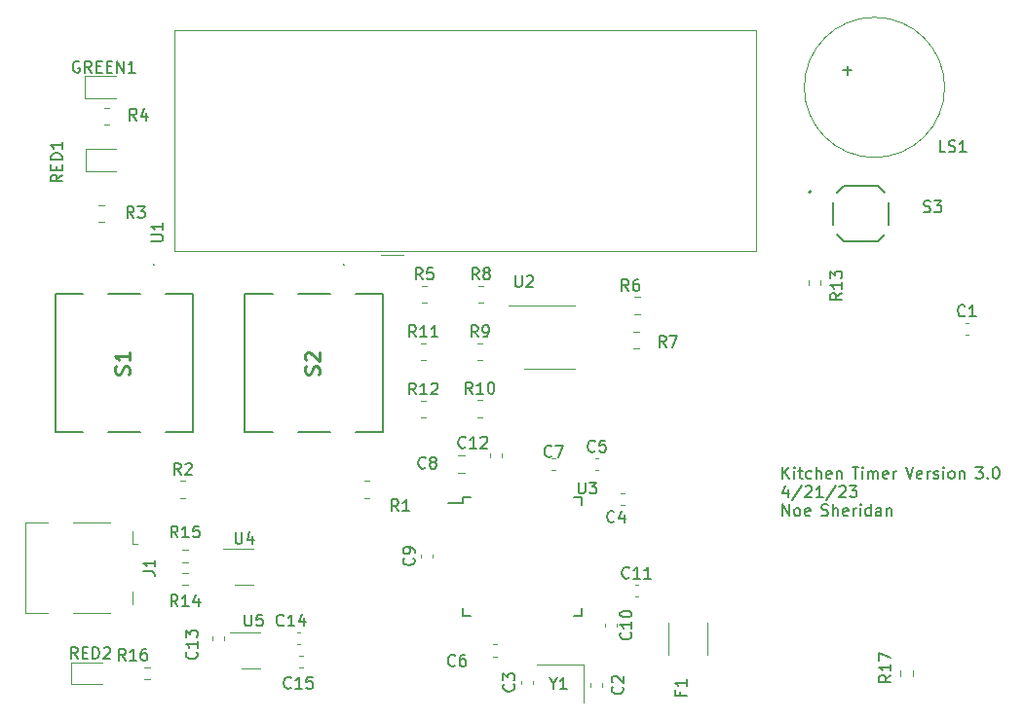
<source format=gbr>
%TF.GenerationSoftware,KiCad,Pcbnew,(7.0.0)*%
%TF.CreationDate,2023-04-24T10:23:05-06:00*%
%TF.ProjectId,Phase_B_Prototype,50686173-655f-4425-9f50-726f746f7479,rev?*%
%TF.SameCoordinates,Original*%
%TF.FileFunction,Legend,Top*%
%TF.FilePolarity,Positive*%
%FSLAX46Y46*%
G04 Gerber Fmt 4.6, Leading zero omitted, Abs format (unit mm)*
G04 Created by KiCad (PCBNEW (7.0.0)) date 2023-04-24 10:23:05*
%MOMM*%
%LPD*%
G01*
G04 APERTURE LIST*
%ADD10C,0.150000*%
%ADD11C,0.254000*%
%ADD12C,0.120000*%
%ADD13C,0.127000*%
%ADD14C,0.200000*%
%ADD15C,0.100000*%
G04 APERTURE END LIST*
D10*
X246238095Y-105042380D02*
X246238095Y-104042380D01*
X246809523Y-105042380D02*
X246380952Y-104470952D01*
X246809523Y-104042380D02*
X246238095Y-104613809D01*
X247238095Y-105042380D02*
X247238095Y-104375714D01*
X247238095Y-104042380D02*
X247190476Y-104090000D01*
X247190476Y-104090000D02*
X247238095Y-104137619D01*
X247238095Y-104137619D02*
X247285714Y-104090000D01*
X247285714Y-104090000D02*
X247238095Y-104042380D01*
X247238095Y-104042380D02*
X247238095Y-104137619D01*
X247571428Y-104375714D02*
X247952380Y-104375714D01*
X247714285Y-104042380D02*
X247714285Y-104899523D01*
X247714285Y-104899523D02*
X247761904Y-104994761D01*
X247761904Y-104994761D02*
X247857142Y-105042380D01*
X247857142Y-105042380D02*
X247952380Y-105042380D01*
X248714285Y-104994761D02*
X248619047Y-105042380D01*
X248619047Y-105042380D02*
X248428571Y-105042380D01*
X248428571Y-105042380D02*
X248333333Y-104994761D01*
X248333333Y-104994761D02*
X248285714Y-104947142D01*
X248285714Y-104947142D02*
X248238095Y-104851904D01*
X248238095Y-104851904D02*
X248238095Y-104566190D01*
X248238095Y-104566190D02*
X248285714Y-104470952D01*
X248285714Y-104470952D02*
X248333333Y-104423333D01*
X248333333Y-104423333D02*
X248428571Y-104375714D01*
X248428571Y-104375714D02*
X248619047Y-104375714D01*
X248619047Y-104375714D02*
X248714285Y-104423333D01*
X249142857Y-105042380D02*
X249142857Y-104042380D01*
X249571428Y-105042380D02*
X249571428Y-104518571D01*
X249571428Y-104518571D02*
X249523809Y-104423333D01*
X249523809Y-104423333D02*
X249428571Y-104375714D01*
X249428571Y-104375714D02*
X249285714Y-104375714D01*
X249285714Y-104375714D02*
X249190476Y-104423333D01*
X249190476Y-104423333D02*
X249142857Y-104470952D01*
X250428571Y-104994761D02*
X250333333Y-105042380D01*
X250333333Y-105042380D02*
X250142857Y-105042380D01*
X250142857Y-105042380D02*
X250047619Y-104994761D01*
X250047619Y-104994761D02*
X250000000Y-104899523D01*
X250000000Y-104899523D02*
X250000000Y-104518571D01*
X250000000Y-104518571D02*
X250047619Y-104423333D01*
X250047619Y-104423333D02*
X250142857Y-104375714D01*
X250142857Y-104375714D02*
X250333333Y-104375714D01*
X250333333Y-104375714D02*
X250428571Y-104423333D01*
X250428571Y-104423333D02*
X250476190Y-104518571D01*
X250476190Y-104518571D02*
X250476190Y-104613809D01*
X250476190Y-104613809D02*
X250000000Y-104709047D01*
X250904762Y-104375714D02*
X250904762Y-105042380D01*
X250904762Y-104470952D02*
X250952381Y-104423333D01*
X250952381Y-104423333D02*
X251047619Y-104375714D01*
X251047619Y-104375714D02*
X251190476Y-104375714D01*
X251190476Y-104375714D02*
X251285714Y-104423333D01*
X251285714Y-104423333D02*
X251333333Y-104518571D01*
X251333333Y-104518571D02*
X251333333Y-105042380D01*
X252266667Y-104042380D02*
X252838095Y-104042380D01*
X252552381Y-105042380D02*
X252552381Y-104042380D01*
X253171429Y-105042380D02*
X253171429Y-104375714D01*
X253171429Y-104042380D02*
X253123810Y-104090000D01*
X253123810Y-104090000D02*
X253171429Y-104137619D01*
X253171429Y-104137619D02*
X253219048Y-104090000D01*
X253219048Y-104090000D02*
X253171429Y-104042380D01*
X253171429Y-104042380D02*
X253171429Y-104137619D01*
X253647619Y-105042380D02*
X253647619Y-104375714D01*
X253647619Y-104470952D02*
X253695238Y-104423333D01*
X253695238Y-104423333D02*
X253790476Y-104375714D01*
X253790476Y-104375714D02*
X253933333Y-104375714D01*
X253933333Y-104375714D02*
X254028571Y-104423333D01*
X254028571Y-104423333D02*
X254076190Y-104518571D01*
X254076190Y-104518571D02*
X254076190Y-105042380D01*
X254076190Y-104518571D02*
X254123809Y-104423333D01*
X254123809Y-104423333D02*
X254219047Y-104375714D01*
X254219047Y-104375714D02*
X254361904Y-104375714D01*
X254361904Y-104375714D02*
X254457143Y-104423333D01*
X254457143Y-104423333D02*
X254504762Y-104518571D01*
X254504762Y-104518571D02*
X254504762Y-105042380D01*
X255361904Y-104994761D02*
X255266666Y-105042380D01*
X255266666Y-105042380D02*
X255076190Y-105042380D01*
X255076190Y-105042380D02*
X254980952Y-104994761D01*
X254980952Y-104994761D02*
X254933333Y-104899523D01*
X254933333Y-104899523D02*
X254933333Y-104518571D01*
X254933333Y-104518571D02*
X254980952Y-104423333D01*
X254980952Y-104423333D02*
X255076190Y-104375714D01*
X255076190Y-104375714D02*
X255266666Y-104375714D01*
X255266666Y-104375714D02*
X255361904Y-104423333D01*
X255361904Y-104423333D02*
X255409523Y-104518571D01*
X255409523Y-104518571D02*
X255409523Y-104613809D01*
X255409523Y-104613809D02*
X254933333Y-104709047D01*
X255838095Y-105042380D02*
X255838095Y-104375714D01*
X255838095Y-104566190D02*
X255885714Y-104470952D01*
X255885714Y-104470952D02*
X255933333Y-104423333D01*
X255933333Y-104423333D02*
X256028571Y-104375714D01*
X256028571Y-104375714D02*
X256123809Y-104375714D01*
X256914286Y-104042380D02*
X257247619Y-105042380D01*
X257247619Y-105042380D02*
X257580952Y-104042380D01*
X258295238Y-104994761D02*
X258200000Y-105042380D01*
X258200000Y-105042380D02*
X258009524Y-105042380D01*
X258009524Y-105042380D02*
X257914286Y-104994761D01*
X257914286Y-104994761D02*
X257866667Y-104899523D01*
X257866667Y-104899523D02*
X257866667Y-104518571D01*
X257866667Y-104518571D02*
X257914286Y-104423333D01*
X257914286Y-104423333D02*
X258009524Y-104375714D01*
X258009524Y-104375714D02*
X258200000Y-104375714D01*
X258200000Y-104375714D02*
X258295238Y-104423333D01*
X258295238Y-104423333D02*
X258342857Y-104518571D01*
X258342857Y-104518571D02*
X258342857Y-104613809D01*
X258342857Y-104613809D02*
X257866667Y-104709047D01*
X258771429Y-105042380D02*
X258771429Y-104375714D01*
X258771429Y-104566190D02*
X258819048Y-104470952D01*
X258819048Y-104470952D02*
X258866667Y-104423333D01*
X258866667Y-104423333D02*
X258961905Y-104375714D01*
X258961905Y-104375714D02*
X259057143Y-104375714D01*
X259342858Y-104994761D02*
X259438096Y-105042380D01*
X259438096Y-105042380D02*
X259628572Y-105042380D01*
X259628572Y-105042380D02*
X259723810Y-104994761D01*
X259723810Y-104994761D02*
X259771429Y-104899523D01*
X259771429Y-104899523D02*
X259771429Y-104851904D01*
X259771429Y-104851904D02*
X259723810Y-104756666D01*
X259723810Y-104756666D02*
X259628572Y-104709047D01*
X259628572Y-104709047D02*
X259485715Y-104709047D01*
X259485715Y-104709047D02*
X259390477Y-104661428D01*
X259390477Y-104661428D02*
X259342858Y-104566190D01*
X259342858Y-104566190D02*
X259342858Y-104518571D01*
X259342858Y-104518571D02*
X259390477Y-104423333D01*
X259390477Y-104423333D02*
X259485715Y-104375714D01*
X259485715Y-104375714D02*
X259628572Y-104375714D01*
X259628572Y-104375714D02*
X259723810Y-104423333D01*
X260200001Y-105042380D02*
X260200001Y-104375714D01*
X260200001Y-104042380D02*
X260152382Y-104090000D01*
X260152382Y-104090000D02*
X260200001Y-104137619D01*
X260200001Y-104137619D02*
X260247620Y-104090000D01*
X260247620Y-104090000D02*
X260200001Y-104042380D01*
X260200001Y-104042380D02*
X260200001Y-104137619D01*
X260819048Y-105042380D02*
X260723810Y-104994761D01*
X260723810Y-104994761D02*
X260676191Y-104947142D01*
X260676191Y-104947142D02*
X260628572Y-104851904D01*
X260628572Y-104851904D02*
X260628572Y-104566190D01*
X260628572Y-104566190D02*
X260676191Y-104470952D01*
X260676191Y-104470952D02*
X260723810Y-104423333D01*
X260723810Y-104423333D02*
X260819048Y-104375714D01*
X260819048Y-104375714D02*
X260961905Y-104375714D01*
X260961905Y-104375714D02*
X261057143Y-104423333D01*
X261057143Y-104423333D02*
X261104762Y-104470952D01*
X261104762Y-104470952D02*
X261152381Y-104566190D01*
X261152381Y-104566190D02*
X261152381Y-104851904D01*
X261152381Y-104851904D02*
X261104762Y-104947142D01*
X261104762Y-104947142D02*
X261057143Y-104994761D01*
X261057143Y-104994761D02*
X260961905Y-105042380D01*
X260961905Y-105042380D02*
X260819048Y-105042380D01*
X261580953Y-104375714D02*
X261580953Y-105042380D01*
X261580953Y-104470952D02*
X261628572Y-104423333D01*
X261628572Y-104423333D02*
X261723810Y-104375714D01*
X261723810Y-104375714D02*
X261866667Y-104375714D01*
X261866667Y-104375714D02*
X261961905Y-104423333D01*
X261961905Y-104423333D02*
X262009524Y-104518571D01*
X262009524Y-104518571D02*
X262009524Y-105042380D01*
X262990477Y-104042380D02*
X263609524Y-104042380D01*
X263609524Y-104042380D02*
X263276191Y-104423333D01*
X263276191Y-104423333D02*
X263419048Y-104423333D01*
X263419048Y-104423333D02*
X263514286Y-104470952D01*
X263514286Y-104470952D02*
X263561905Y-104518571D01*
X263561905Y-104518571D02*
X263609524Y-104613809D01*
X263609524Y-104613809D02*
X263609524Y-104851904D01*
X263609524Y-104851904D02*
X263561905Y-104947142D01*
X263561905Y-104947142D02*
X263514286Y-104994761D01*
X263514286Y-104994761D02*
X263419048Y-105042380D01*
X263419048Y-105042380D02*
X263133334Y-105042380D01*
X263133334Y-105042380D02*
X263038096Y-104994761D01*
X263038096Y-104994761D02*
X262990477Y-104947142D01*
X264038096Y-104947142D02*
X264085715Y-104994761D01*
X264085715Y-104994761D02*
X264038096Y-105042380D01*
X264038096Y-105042380D02*
X263990477Y-104994761D01*
X263990477Y-104994761D02*
X264038096Y-104947142D01*
X264038096Y-104947142D02*
X264038096Y-105042380D01*
X264704762Y-104042380D02*
X264800000Y-104042380D01*
X264800000Y-104042380D02*
X264895238Y-104090000D01*
X264895238Y-104090000D02*
X264942857Y-104137619D01*
X264942857Y-104137619D02*
X264990476Y-104232857D01*
X264990476Y-104232857D02*
X265038095Y-104423333D01*
X265038095Y-104423333D02*
X265038095Y-104661428D01*
X265038095Y-104661428D02*
X264990476Y-104851904D01*
X264990476Y-104851904D02*
X264942857Y-104947142D01*
X264942857Y-104947142D02*
X264895238Y-104994761D01*
X264895238Y-104994761D02*
X264800000Y-105042380D01*
X264800000Y-105042380D02*
X264704762Y-105042380D01*
X264704762Y-105042380D02*
X264609524Y-104994761D01*
X264609524Y-104994761D02*
X264561905Y-104947142D01*
X264561905Y-104947142D02*
X264514286Y-104851904D01*
X264514286Y-104851904D02*
X264466667Y-104661428D01*
X264466667Y-104661428D02*
X264466667Y-104423333D01*
X264466667Y-104423333D02*
X264514286Y-104232857D01*
X264514286Y-104232857D02*
X264561905Y-104137619D01*
X264561905Y-104137619D02*
X264609524Y-104090000D01*
X264609524Y-104090000D02*
X264704762Y-104042380D01*
X246666666Y-105995714D02*
X246666666Y-106662380D01*
X246428571Y-105614761D02*
X246190476Y-106329047D01*
X246190476Y-106329047D02*
X246809523Y-106329047D01*
X247904761Y-105614761D02*
X247047619Y-106900476D01*
X248190476Y-105757619D02*
X248238095Y-105710000D01*
X248238095Y-105710000D02*
X248333333Y-105662380D01*
X248333333Y-105662380D02*
X248571428Y-105662380D01*
X248571428Y-105662380D02*
X248666666Y-105710000D01*
X248666666Y-105710000D02*
X248714285Y-105757619D01*
X248714285Y-105757619D02*
X248761904Y-105852857D01*
X248761904Y-105852857D02*
X248761904Y-105948095D01*
X248761904Y-105948095D02*
X248714285Y-106090952D01*
X248714285Y-106090952D02*
X248142857Y-106662380D01*
X248142857Y-106662380D02*
X248761904Y-106662380D01*
X249714285Y-106662380D02*
X249142857Y-106662380D01*
X249428571Y-106662380D02*
X249428571Y-105662380D01*
X249428571Y-105662380D02*
X249333333Y-105805238D01*
X249333333Y-105805238D02*
X249238095Y-105900476D01*
X249238095Y-105900476D02*
X249142857Y-105948095D01*
X250857142Y-105614761D02*
X250000000Y-106900476D01*
X251142857Y-105757619D02*
X251190476Y-105710000D01*
X251190476Y-105710000D02*
X251285714Y-105662380D01*
X251285714Y-105662380D02*
X251523809Y-105662380D01*
X251523809Y-105662380D02*
X251619047Y-105710000D01*
X251619047Y-105710000D02*
X251666666Y-105757619D01*
X251666666Y-105757619D02*
X251714285Y-105852857D01*
X251714285Y-105852857D02*
X251714285Y-105948095D01*
X251714285Y-105948095D02*
X251666666Y-106090952D01*
X251666666Y-106090952D02*
X251095238Y-106662380D01*
X251095238Y-106662380D02*
X251714285Y-106662380D01*
X252047619Y-105662380D02*
X252666666Y-105662380D01*
X252666666Y-105662380D02*
X252333333Y-106043333D01*
X252333333Y-106043333D02*
X252476190Y-106043333D01*
X252476190Y-106043333D02*
X252571428Y-106090952D01*
X252571428Y-106090952D02*
X252619047Y-106138571D01*
X252619047Y-106138571D02*
X252666666Y-106233809D01*
X252666666Y-106233809D02*
X252666666Y-106471904D01*
X252666666Y-106471904D02*
X252619047Y-106567142D01*
X252619047Y-106567142D02*
X252571428Y-106614761D01*
X252571428Y-106614761D02*
X252476190Y-106662380D01*
X252476190Y-106662380D02*
X252190476Y-106662380D01*
X252190476Y-106662380D02*
X252095238Y-106614761D01*
X252095238Y-106614761D02*
X252047619Y-106567142D01*
X246238095Y-108282380D02*
X246238095Y-107282380D01*
X246238095Y-107282380D02*
X246809523Y-108282380D01*
X246809523Y-108282380D02*
X246809523Y-107282380D01*
X247428571Y-108282380D02*
X247333333Y-108234761D01*
X247333333Y-108234761D02*
X247285714Y-108187142D01*
X247285714Y-108187142D02*
X247238095Y-108091904D01*
X247238095Y-108091904D02*
X247238095Y-107806190D01*
X247238095Y-107806190D02*
X247285714Y-107710952D01*
X247285714Y-107710952D02*
X247333333Y-107663333D01*
X247333333Y-107663333D02*
X247428571Y-107615714D01*
X247428571Y-107615714D02*
X247571428Y-107615714D01*
X247571428Y-107615714D02*
X247666666Y-107663333D01*
X247666666Y-107663333D02*
X247714285Y-107710952D01*
X247714285Y-107710952D02*
X247761904Y-107806190D01*
X247761904Y-107806190D02*
X247761904Y-108091904D01*
X247761904Y-108091904D02*
X247714285Y-108187142D01*
X247714285Y-108187142D02*
X247666666Y-108234761D01*
X247666666Y-108234761D02*
X247571428Y-108282380D01*
X247571428Y-108282380D02*
X247428571Y-108282380D01*
X248571428Y-108234761D02*
X248476190Y-108282380D01*
X248476190Y-108282380D02*
X248285714Y-108282380D01*
X248285714Y-108282380D02*
X248190476Y-108234761D01*
X248190476Y-108234761D02*
X248142857Y-108139523D01*
X248142857Y-108139523D02*
X248142857Y-107758571D01*
X248142857Y-107758571D02*
X248190476Y-107663333D01*
X248190476Y-107663333D02*
X248285714Y-107615714D01*
X248285714Y-107615714D02*
X248476190Y-107615714D01*
X248476190Y-107615714D02*
X248571428Y-107663333D01*
X248571428Y-107663333D02*
X248619047Y-107758571D01*
X248619047Y-107758571D02*
X248619047Y-107853809D01*
X248619047Y-107853809D02*
X248142857Y-107949047D01*
X249600000Y-108234761D02*
X249742857Y-108282380D01*
X249742857Y-108282380D02*
X249980952Y-108282380D01*
X249980952Y-108282380D02*
X250076190Y-108234761D01*
X250076190Y-108234761D02*
X250123809Y-108187142D01*
X250123809Y-108187142D02*
X250171428Y-108091904D01*
X250171428Y-108091904D02*
X250171428Y-107996666D01*
X250171428Y-107996666D02*
X250123809Y-107901428D01*
X250123809Y-107901428D02*
X250076190Y-107853809D01*
X250076190Y-107853809D02*
X249980952Y-107806190D01*
X249980952Y-107806190D02*
X249790476Y-107758571D01*
X249790476Y-107758571D02*
X249695238Y-107710952D01*
X249695238Y-107710952D02*
X249647619Y-107663333D01*
X249647619Y-107663333D02*
X249600000Y-107568095D01*
X249600000Y-107568095D02*
X249600000Y-107472857D01*
X249600000Y-107472857D02*
X249647619Y-107377619D01*
X249647619Y-107377619D02*
X249695238Y-107330000D01*
X249695238Y-107330000D02*
X249790476Y-107282380D01*
X249790476Y-107282380D02*
X250028571Y-107282380D01*
X250028571Y-107282380D02*
X250171428Y-107330000D01*
X250600000Y-108282380D02*
X250600000Y-107282380D01*
X251028571Y-108282380D02*
X251028571Y-107758571D01*
X251028571Y-107758571D02*
X250980952Y-107663333D01*
X250980952Y-107663333D02*
X250885714Y-107615714D01*
X250885714Y-107615714D02*
X250742857Y-107615714D01*
X250742857Y-107615714D02*
X250647619Y-107663333D01*
X250647619Y-107663333D02*
X250600000Y-107710952D01*
X251885714Y-108234761D02*
X251790476Y-108282380D01*
X251790476Y-108282380D02*
X251600000Y-108282380D01*
X251600000Y-108282380D02*
X251504762Y-108234761D01*
X251504762Y-108234761D02*
X251457143Y-108139523D01*
X251457143Y-108139523D02*
X251457143Y-107758571D01*
X251457143Y-107758571D02*
X251504762Y-107663333D01*
X251504762Y-107663333D02*
X251600000Y-107615714D01*
X251600000Y-107615714D02*
X251790476Y-107615714D01*
X251790476Y-107615714D02*
X251885714Y-107663333D01*
X251885714Y-107663333D02*
X251933333Y-107758571D01*
X251933333Y-107758571D02*
X251933333Y-107853809D01*
X251933333Y-107853809D02*
X251457143Y-107949047D01*
X252361905Y-108282380D02*
X252361905Y-107615714D01*
X252361905Y-107806190D02*
X252409524Y-107710952D01*
X252409524Y-107710952D02*
X252457143Y-107663333D01*
X252457143Y-107663333D02*
X252552381Y-107615714D01*
X252552381Y-107615714D02*
X252647619Y-107615714D01*
X252980953Y-108282380D02*
X252980953Y-107615714D01*
X252980953Y-107282380D02*
X252933334Y-107330000D01*
X252933334Y-107330000D02*
X252980953Y-107377619D01*
X252980953Y-107377619D02*
X253028572Y-107330000D01*
X253028572Y-107330000D02*
X252980953Y-107282380D01*
X252980953Y-107282380D02*
X252980953Y-107377619D01*
X253885714Y-108282380D02*
X253885714Y-107282380D01*
X253885714Y-108234761D02*
X253790476Y-108282380D01*
X253790476Y-108282380D02*
X253600000Y-108282380D01*
X253600000Y-108282380D02*
X253504762Y-108234761D01*
X253504762Y-108234761D02*
X253457143Y-108187142D01*
X253457143Y-108187142D02*
X253409524Y-108091904D01*
X253409524Y-108091904D02*
X253409524Y-107806190D01*
X253409524Y-107806190D02*
X253457143Y-107710952D01*
X253457143Y-107710952D02*
X253504762Y-107663333D01*
X253504762Y-107663333D02*
X253600000Y-107615714D01*
X253600000Y-107615714D02*
X253790476Y-107615714D01*
X253790476Y-107615714D02*
X253885714Y-107663333D01*
X254790476Y-108282380D02*
X254790476Y-107758571D01*
X254790476Y-107758571D02*
X254742857Y-107663333D01*
X254742857Y-107663333D02*
X254647619Y-107615714D01*
X254647619Y-107615714D02*
X254457143Y-107615714D01*
X254457143Y-107615714D02*
X254361905Y-107663333D01*
X254790476Y-108234761D02*
X254695238Y-108282380D01*
X254695238Y-108282380D02*
X254457143Y-108282380D01*
X254457143Y-108282380D02*
X254361905Y-108234761D01*
X254361905Y-108234761D02*
X254314286Y-108139523D01*
X254314286Y-108139523D02*
X254314286Y-108044285D01*
X254314286Y-108044285D02*
X254361905Y-107949047D01*
X254361905Y-107949047D02*
X254457143Y-107901428D01*
X254457143Y-107901428D02*
X254695238Y-107901428D01*
X254695238Y-107901428D02*
X254790476Y-107853809D01*
X255266667Y-107615714D02*
X255266667Y-108282380D01*
X255266667Y-107710952D02*
X255314286Y-107663333D01*
X255314286Y-107663333D02*
X255409524Y-107615714D01*
X255409524Y-107615714D02*
X255552381Y-107615714D01*
X255552381Y-107615714D02*
X255647619Y-107663333D01*
X255647619Y-107663333D02*
X255695238Y-107758571D01*
X255695238Y-107758571D02*
X255695238Y-108282380D01*
%TO.C,C8*%
X215183333Y-104072142D02*
X215135714Y-104119761D01*
X215135714Y-104119761D02*
X214992857Y-104167380D01*
X214992857Y-104167380D02*
X214897619Y-104167380D01*
X214897619Y-104167380D02*
X214754762Y-104119761D01*
X214754762Y-104119761D02*
X214659524Y-104024523D01*
X214659524Y-104024523D02*
X214611905Y-103929285D01*
X214611905Y-103929285D02*
X214564286Y-103738809D01*
X214564286Y-103738809D02*
X214564286Y-103595952D01*
X214564286Y-103595952D02*
X214611905Y-103405476D01*
X214611905Y-103405476D02*
X214659524Y-103310238D01*
X214659524Y-103310238D02*
X214754762Y-103215000D01*
X214754762Y-103215000D02*
X214897619Y-103167380D01*
X214897619Y-103167380D02*
X214992857Y-103167380D01*
X214992857Y-103167380D02*
X215135714Y-103215000D01*
X215135714Y-103215000D02*
X215183333Y-103262619D01*
X215754762Y-103595952D02*
X215659524Y-103548333D01*
X215659524Y-103548333D02*
X215611905Y-103500714D01*
X215611905Y-103500714D02*
X215564286Y-103405476D01*
X215564286Y-103405476D02*
X215564286Y-103357857D01*
X215564286Y-103357857D02*
X215611905Y-103262619D01*
X215611905Y-103262619D02*
X215659524Y-103215000D01*
X215659524Y-103215000D02*
X215754762Y-103167380D01*
X215754762Y-103167380D02*
X215945238Y-103167380D01*
X215945238Y-103167380D02*
X216040476Y-103215000D01*
X216040476Y-103215000D02*
X216088095Y-103262619D01*
X216088095Y-103262619D02*
X216135714Y-103357857D01*
X216135714Y-103357857D02*
X216135714Y-103405476D01*
X216135714Y-103405476D02*
X216088095Y-103500714D01*
X216088095Y-103500714D02*
X216040476Y-103548333D01*
X216040476Y-103548333D02*
X215945238Y-103595952D01*
X215945238Y-103595952D02*
X215754762Y-103595952D01*
X215754762Y-103595952D02*
X215659524Y-103643571D01*
X215659524Y-103643571D02*
X215611905Y-103691190D01*
X215611905Y-103691190D02*
X215564286Y-103786428D01*
X215564286Y-103786428D02*
X215564286Y-103976904D01*
X215564286Y-103976904D02*
X215611905Y-104072142D01*
X215611905Y-104072142D02*
X215659524Y-104119761D01*
X215659524Y-104119761D02*
X215754762Y-104167380D01*
X215754762Y-104167380D02*
X215945238Y-104167380D01*
X215945238Y-104167380D02*
X216040476Y-104119761D01*
X216040476Y-104119761D02*
X216088095Y-104072142D01*
X216088095Y-104072142D02*
X216135714Y-103976904D01*
X216135714Y-103976904D02*
X216135714Y-103786428D01*
X216135714Y-103786428D02*
X216088095Y-103691190D01*
X216088095Y-103691190D02*
X216040476Y-103643571D01*
X216040476Y-103643571D02*
X215945238Y-103595952D01*
%TO.C,RED1*%
X183617380Y-78619047D02*
X183141190Y-78952380D01*
X183617380Y-79190475D02*
X182617380Y-79190475D01*
X182617380Y-79190475D02*
X182617380Y-78809523D01*
X182617380Y-78809523D02*
X182665000Y-78714285D01*
X182665000Y-78714285D02*
X182712619Y-78666666D01*
X182712619Y-78666666D02*
X182807857Y-78619047D01*
X182807857Y-78619047D02*
X182950714Y-78619047D01*
X182950714Y-78619047D02*
X183045952Y-78666666D01*
X183045952Y-78666666D02*
X183093571Y-78714285D01*
X183093571Y-78714285D02*
X183141190Y-78809523D01*
X183141190Y-78809523D02*
X183141190Y-79190475D01*
X183093571Y-78190475D02*
X183093571Y-77857142D01*
X183617380Y-77714285D02*
X183617380Y-78190475D01*
X183617380Y-78190475D02*
X182617380Y-78190475D01*
X182617380Y-78190475D02*
X182617380Y-77714285D01*
X183617380Y-77285713D02*
X182617380Y-77285713D01*
X182617380Y-77285713D02*
X182617380Y-77047618D01*
X182617380Y-77047618D02*
X182665000Y-76904761D01*
X182665000Y-76904761D02*
X182760238Y-76809523D01*
X182760238Y-76809523D02*
X182855476Y-76761904D01*
X182855476Y-76761904D02*
X183045952Y-76714285D01*
X183045952Y-76714285D02*
X183188809Y-76714285D01*
X183188809Y-76714285D02*
X183379285Y-76761904D01*
X183379285Y-76761904D02*
X183474523Y-76809523D01*
X183474523Y-76809523D02*
X183569761Y-76904761D01*
X183569761Y-76904761D02*
X183617380Y-77047618D01*
X183617380Y-77047618D02*
X183617380Y-77285713D01*
X183617380Y-75761904D02*
X183617380Y-76333332D01*
X183617380Y-76047618D02*
X182617380Y-76047618D01*
X182617380Y-76047618D02*
X182760238Y-76142856D01*
X182760238Y-76142856D02*
X182855476Y-76238094D01*
X182855476Y-76238094D02*
X182903095Y-76333332D01*
%TO.C,C6*%
X217758333Y-121272142D02*
X217710714Y-121319761D01*
X217710714Y-121319761D02*
X217567857Y-121367380D01*
X217567857Y-121367380D02*
X217472619Y-121367380D01*
X217472619Y-121367380D02*
X217329762Y-121319761D01*
X217329762Y-121319761D02*
X217234524Y-121224523D01*
X217234524Y-121224523D02*
X217186905Y-121129285D01*
X217186905Y-121129285D02*
X217139286Y-120938809D01*
X217139286Y-120938809D02*
X217139286Y-120795952D01*
X217139286Y-120795952D02*
X217186905Y-120605476D01*
X217186905Y-120605476D02*
X217234524Y-120510238D01*
X217234524Y-120510238D02*
X217329762Y-120415000D01*
X217329762Y-120415000D02*
X217472619Y-120367380D01*
X217472619Y-120367380D02*
X217567857Y-120367380D01*
X217567857Y-120367380D02*
X217710714Y-120415000D01*
X217710714Y-120415000D02*
X217758333Y-120462619D01*
X218615476Y-120367380D02*
X218425000Y-120367380D01*
X218425000Y-120367380D02*
X218329762Y-120415000D01*
X218329762Y-120415000D02*
X218282143Y-120462619D01*
X218282143Y-120462619D02*
X218186905Y-120605476D01*
X218186905Y-120605476D02*
X218139286Y-120795952D01*
X218139286Y-120795952D02*
X218139286Y-121176904D01*
X218139286Y-121176904D02*
X218186905Y-121272142D01*
X218186905Y-121272142D02*
X218234524Y-121319761D01*
X218234524Y-121319761D02*
X218329762Y-121367380D01*
X218329762Y-121367380D02*
X218520238Y-121367380D01*
X218520238Y-121367380D02*
X218615476Y-121319761D01*
X218615476Y-121319761D02*
X218663095Y-121272142D01*
X218663095Y-121272142D02*
X218710714Y-121176904D01*
X218710714Y-121176904D02*
X218710714Y-120938809D01*
X218710714Y-120938809D02*
X218663095Y-120843571D01*
X218663095Y-120843571D02*
X218615476Y-120795952D01*
X218615476Y-120795952D02*
X218520238Y-120748333D01*
X218520238Y-120748333D02*
X218329762Y-120748333D01*
X218329762Y-120748333D02*
X218234524Y-120795952D01*
X218234524Y-120795952D02*
X218186905Y-120843571D01*
X218186905Y-120843571D02*
X218139286Y-120938809D01*
%TO.C,R9*%
X219745833Y-92717380D02*
X219412500Y-92241190D01*
X219174405Y-92717380D02*
X219174405Y-91717380D01*
X219174405Y-91717380D02*
X219555357Y-91717380D01*
X219555357Y-91717380D02*
X219650595Y-91765000D01*
X219650595Y-91765000D02*
X219698214Y-91812619D01*
X219698214Y-91812619D02*
X219745833Y-91907857D01*
X219745833Y-91907857D02*
X219745833Y-92050714D01*
X219745833Y-92050714D02*
X219698214Y-92145952D01*
X219698214Y-92145952D02*
X219650595Y-92193571D01*
X219650595Y-92193571D02*
X219555357Y-92241190D01*
X219555357Y-92241190D02*
X219174405Y-92241190D01*
X220222024Y-92717380D02*
X220412500Y-92717380D01*
X220412500Y-92717380D02*
X220507738Y-92669761D01*
X220507738Y-92669761D02*
X220555357Y-92622142D01*
X220555357Y-92622142D02*
X220650595Y-92479285D01*
X220650595Y-92479285D02*
X220698214Y-92288809D01*
X220698214Y-92288809D02*
X220698214Y-91907857D01*
X220698214Y-91907857D02*
X220650595Y-91812619D01*
X220650595Y-91812619D02*
X220602976Y-91765000D01*
X220602976Y-91765000D02*
X220507738Y-91717380D01*
X220507738Y-91717380D02*
X220317262Y-91717380D01*
X220317262Y-91717380D02*
X220222024Y-91765000D01*
X220222024Y-91765000D02*
X220174405Y-91812619D01*
X220174405Y-91812619D02*
X220126786Y-91907857D01*
X220126786Y-91907857D02*
X220126786Y-92145952D01*
X220126786Y-92145952D02*
X220174405Y-92241190D01*
X220174405Y-92241190D02*
X220222024Y-92288809D01*
X220222024Y-92288809D02*
X220317262Y-92336428D01*
X220317262Y-92336428D02*
X220507738Y-92336428D01*
X220507738Y-92336428D02*
X220602976Y-92288809D01*
X220602976Y-92288809D02*
X220650595Y-92241190D01*
X220650595Y-92241190D02*
X220698214Y-92145952D01*
%TO.C,R15*%
X193657142Y-110167380D02*
X193323809Y-109691190D01*
X193085714Y-110167380D02*
X193085714Y-109167380D01*
X193085714Y-109167380D02*
X193466666Y-109167380D01*
X193466666Y-109167380D02*
X193561904Y-109215000D01*
X193561904Y-109215000D02*
X193609523Y-109262619D01*
X193609523Y-109262619D02*
X193657142Y-109357857D01*
X193657142Y-109357857D02*
X193657142Y-109500714D01*
X193657142Y-109500714D02*
X193609523Y-109595952D01*
X193609523Y-109595952D02*
X193561904Y-109643571D01*
X193561904Y-109643571D02*
X193466666Y-109691190D01*
X193466666Y-109691190D02*
X193085714Y-109691190D01*
X194609523Y-110167380D02*
X194038095Y-110167380D01*
X194323809Y-110167380D02*
X194323809Y-109167380D01*
X194323809Y-109167380D02*
X194228571Y-109310238D01*
X194228571Y-109310238D02*
X194133333Y-109405476D01*
X194133333Y-109405476D02*
X194038095Y-109453095D01*
X195514285Y-109167380D02*
X195038095Y-109167380D01*
X195038095Y-109167380D02*
X194990476Y-109643571D01*
X194990476Y-109643571D02*
X195038095Y-109595952D01*
X195038095Y-109595952D02*
X195133333Y-109548333D01*
X195133333Y-109548333D02*
X195371428Y-109548333D01*
X195371428Y-109548333D02*
X195466666Y-109595952D01*
X195466666Y-109595952D02*
X195514285Y-109643571D01*
X195514285Y-109643571D02*
X195561904Y-109738809D01*
X195561904Y-109738809D02*
X195561904Y-109976904D01*
X195561904Y-109976904D02*
X195514285Y-110072142D01*
X195514285Y-110072142D02*
X195466666Y-110119761D01*
X195466666Y-110119761D02*
X195371428Y-110167380D01*
X195371428Y-110167380D02*
X195133333Y-110167380D01*
X195133333Y-110167380D02*
X195038095Y-110119761D01*
X195038095Y-110119761D02*
X194990476Y-110072142D01*
%TO.C,Y1*%
X226273809Y-122891190D02*
X226273809Y-123367380D01*
X225940476Y-122367380D02*
X226273809Y-122891190D01*
X226273809Y-122891190D02*
X226607142Y-122367380D01*
X227464285Y-123367380D02*
X226892857Y-123367380D01*
X227178571Y-123367380D02*
X227178571Y-122367380D01*
X227178571Y-122367380D02*
X227083333Y-122510238D01*
X227083333Y-122510238D02*
X226988095Y-122605476D01*
X226988095Y-122605476D02*
X226892857Y-122653095D01*
%TO.C,F1*%
X237343571Y-123583333D02*
X237343571Y-123916666D01*
X237867380Y-123916666D02*
X236867380Y-123916666D01*
X236867380Y-123916666D02*
X236867380Y-123440476D01*
X237867380Y-122535714D02*
X237867380Y-123107142D01*
X237867380Y-122821428D02*
X236867380Y-122821428D01*
X236867380Y-122821428D02*
X237010238Y-122916666D01*
X237010238Y-122916666D02*
X237105476Y-123011904D01*
X237105476Y-123011904D02*
X237153095Y-123107142D01*
%TO.C,R4*%
X190083333Y-73867380D02*
X189750000Y-73391190D01*
X189511905Y-73867380D02*
X189511905Y-72867380D01*
X189511905Y-72867380D02*
X189892857Y-72867380D01*
X189892857Y-72867380D02*
X189988095Y-72915000D01*
X189988095Y-72915000D02*
X190035714Y-72962619D01*
X190035714Y-72962619D02*
X190083333Y-73057857D01*
X190083333Y-73057857D02*
X190083333Y-73200714D01*
X190083333Y-73200714D02*
X190035714Y-73295952D01*
X190035714Y-73295952D02*
X189988095Y-73343571D01*
X189988095Y-73343571D02*
X189892857Y-73391190D01*
X189892857Y-73391190D02*
X189511905Y-73391190D01*
X190940476Y-73200714D02*
X190940476Y-73867380D01*
X190702381Y-72819761D02*
X190464286Y-73534047D01*
X190464286Y-73534047D02*
X191083333Y-73534047D01*
%TO.C,S3*%
X258488095Y-81819761D02*
X258630952Y-81867380D01*
X258630952Y-81867380D02*
X258869047Y-81867380D01*
X258869047Y-81867380D02*
X258964285Y-81819761D01*
X258964285Y-81819761D02*
X259011904Y-81772142D01*
X259011904Y-81772142D02*
X259059523Y-81676904D01*
X259059523Y-81676904D02*
X259059523Y-81581666D01*
X259059523Y-81581666D02*
X259011904Y-81486428D01*
X259011904Y-81486428D02*
X258964285Y-81438809D01*
X258964285Y-81438809D02*
X258869047Y-81391190D01*
X258869047Y-81391190D02*
X258678571Y-81343571D01*
X258678571Y-81343571D02*
X258583333Y-81295952D01*
X258583333Y-81295952D02*
X258535714Y-81248333D01*
X258535714Y-81248333D02*
X258488095Y-81153095D01*
X258488095Y-81153095D02*
X258488095Y-81057857D01*
X258488095Y-81057857D02*
X258535714Y-80962619D01*
X258535714Y-80962619D02*
X258583333Y-80915000D01*
X258583333Y-80915000D02*
X258678571Y-80867380D01*
X258678571Y-80867380D02*
X258916666Y-80867380D01*
X258916666Y-80867380D02*
X259059523Y-80915000D01*
X259392857Y-80867380D02*
X260011904Y-80867380D01*
X260011904Y-80867380D02*
X259678571Y-81248333D01*
X259678571Y-81248333D02*
X259821428Y-81248333D01*
X259821428Y-81248333D02*
X259916666Y-81295952D01*
X259916666Y-81295952D02*
X259964285Y-81343571D01*
X259964285Y-81343571D02*
X260011904Y-81438809D01*
X260011904Y-81438809D02*
X260011904Y-81676904D01*
X260011904Y-81676904D02*
X259964285Y-81772142D01*
X259964285Y-81772142D02*
X259916666Y-81819761D01*
X259916666Y-81819761D02*
X259821428Y-81867380D01*
X259821428Y-81867380D02*
X259535714Y-81867380D01*
X259535714Y-81867380D02*
X259440476Y-81819761D01*
X259440476Y-81819761D02*
X259392857Y-81772142D01*
%TO.C,C9*%
X214142142Y-111966666D02*
X214189761Y-112014285D01*
X214189761Y-112014285D02*
X214237380Y-112157142D01*
X214237380Y-112157142D02*
X214237380Y-112252380D01*
X214237380Y-112252380D02*
X214189761Y-112395237D01*
X214189761Y-112395237D02*
X214094523Y-112490475D01*
X214094523Y-112490475D02*
X213999285Y-112538094D01*
X213999285Y-112538094D02*
X213808809Y-112585713D01*
X213808809Y-112585713D02*
X213665952Y-112585713D01*
X213665952Y-112585713D02*
X213475476Y-112538094D01*
X213475476Y-112538094D02*
X213380238Y-112490475D01*
X213380238Y-112490475D02*
X213285000Y-112395237D01*
X213285000Y-112395237D02*
X213237380Y-112252380D01*
X213237380Y-112252380D02*
X213237380Y-112157142D01*
X213237380Y-112157142D02*
X213285000Y-112014285D01*
X213285000Y-112014285D02*
X213332619Y-111966666D01*
X214237380Y-111490475D02*
X214237380Y-111299999D01*
X214237380Y-111299999D02*
X214189761Y-111204761D01*
X214189761Y-111204761D02*
X214142142Y-111157142D01*
X214142142Y-111157142D02*
X213999285Y-111061904D01*
X213999285Y-111061904D02*
X213808809Y-111014285D01*
X213808809Y-111014285D02*
X213427857Y-111014285D01*
X213427857Y-111014285D02*
X213332619Y-111061904D01*
X213332619Y-111061904D02*
X213285000Y-111109523D01*
X213285000Y-111109523D02*
X213237380Y-111204761D01*
X213237380Y-111204761D02*
X213237380Y-111395237D01*
X213237380Y-111395237D02*
X213285000Y-111490475D01*
X213285000Y-111490475D02*
X213332619Y-111538094D01*
X213332619Y-111538094D02*
X213427857Y-111585713D01*
X213427857Y-111585713D02*
X213665952Y-111585713D01*
X213665952Y-111585713D02*
X213761190Y-111538094D01*
X213761190Y-111538094D02*
X213808809Y-111490475D01*
X213808809Y-111490475D02*
X213856428Y-111395237D01*
X213856428Y-111395237D02*
X213856428Y-111204761D01*
X213856428Y-111204761D02*
X213808809Y-111109523D01*
X213808809Y-111109523D02*
X213761190Y-111061904D01*
X213761190Y-111061904D02*
X213665952Y-111014285D01*
%TO.C,U4*%
X198675595Y-109717380D02*
X198675595Y-110526904D01*
X198675595Y-110526904D02*
X198723214Y-110622142D01*
X198723214Y-110622142D02*
X198770833Y-110669761D01*
X198770833Y-110669761D02*
X198866071Y-110717380D01*
X198866071Y-110717380D02*
X199056547Y-110717380D01*
X199056547Y-110717380D02*
X199151785Y-110669761D01*
X199151785Y-110669761D02*
X199199404Y-110622142D01*
X199199404Y-110622142D02*
X199247023Y-110526904D01*
X199247023Y-110526904D02*
X199247023Y-109717380D01*
X200151785Y-110050714D02*
X200151785Y-110717380D01*
X199913690Y-109669761D02*
X199675595Y-110384047D01*
X199675595Y-110384047D02*
X200294642Y-110384047D01*
%TO.C,R1*%
X212833333Y-107867380D02*
X212500000Y-107391190D01*
X212261905Y-107867380D02*
X212261905Y-106867380D01*
X212261905Y-106867380D02*
X212642857Y-106867380D01*
X212642857Y-106867380D02*
X212738095Y-106915000D01*
X212738095Y-106915000D02*
X212785714Y-106962619D01*
X212785714Y-106962619D02*
X212833333Y-107057857D01*
X212833333Y-107057857D02*
X212833333Y-107200714D01*
X212833333Y-107200714D02*
X212785714Y-107295952D01*
X212785714Y-107295952D02*
X212738095Y-107343571D01*
X212738095Y-107343571D02*
X212642857Y-107391190D01*
X212642857Y-107391190D02*
X212261905Y-107391190D01*
X213785714Y-107867380D02*
X213214286Y-107867380D01*
X213500000Y-107867380D02*
X213500000Y-106867380D01*
X213500000Y-106867380D02*
X213404762Y-107010238D01*
X213404762Y-107010238D02*
X213309524Y-107105476D01*
X213309524Y-107105476D02*
X213214286Y-107153095D01*
%TO.C,C12*%
X218657142Y-102297142D02*
X218609523Y-102344761D01*
X218609523Y-102344761D02*
X218466666Y-102392380D01*
X218466666Y-102392380D02*
X218371428Y-102392380D01*
X218371428Y-102392380D02*
X218228571Y-102344761D01*
X218228571Y-102344761D02*
X218133333Y-102249523D01*
X218133333Y-102249523D02*
X218085714Y-102154285D01*
X218085714Y-102154285D02*
X218038095Y-101963809D01*
X218038095Y-101963809D02*
X218038095Y-101820952D01*
X218038095Y-101820952D02*
X218085714Y-101630476D01*
X218085714Y-101630476D02*
X218133333Y-101535238D01*
X218133333Y-101535238D02*
X218228571Y-101440000D01*
X218228571Y-101440000D02*
X218371428Y-101392380D01*
X218371428Y-101392380D02*
X218466666Y-101392380D01*
X218466666Y-101392380D02*
X218609523Y-101440000D01*
X218609523Y-101440000D02*
X218657142Y-101487619D01*
X219609523Y-102392380D02*
X219038095Y-102392380D01*
X219323809Y-102392380D02*
X219323809Y-101392380D01*
X219323809Y-101392380D02*
X219228571Y-101535238D01*
X219228571Y-101535238D02*
X219133333Y-101630476D01*
X219133333Y-101630476D02*
X219038095Y-101678095D01*
X219990476Y-101487619D02*
X220038095Y-101440000D01*
X220038095Y-101440000D02*
X220133333Y-101392380D01*
X220133333Y-101392380D02*
X220371428Y-101392380D01*
X220371428Y-101392380D02*
X220466666Y-101440000D01*
X220466666Y-101440000D02*
X220514285Y-101487619D01*
X220514285Y-101487619D02*
X220561904Y-101582857D01*
X220561904Y-101582857D02*
X220561904Y-101678095D01*
X220561904Y-101678095D02*
X220514285Y-101820952D01*
X220514285Y-101820952D02*
X219942857Y-102392380D01*
X219942857Y-102392380D02*
X220561904Y-102392380D01*
%TO.C,U1*%
X191357380Y-84401904D02*
X192166904Y-84401904D01*
X192166904Y-84401904D02*
X192262142Y-84354285D01*
X192262142Y-84354285D02*
X192309761Y-84306666D01*
X192309761Y-84306666D02*
X192357380Y-84211428D01*
X192357380Y-84211428D02*
X192357380Y-84020952D01*
X192357380Y-84020952D02*
X192309761Y-83925714D01*
X192309761Y-83925714D02*
X192262142Y-83878095D01*
X192262142Y-83878095D02*
X192166904Y-83830476D01*
X192166904Y-83830476D02*
X191357380Y-83830476D01*
X192357380Y-82830476D02*
X192357380Y-83401904D01*
X192357380Y-83116190D02*
X191357380Y-83116190D01*
X191357380Y-83116190D02*
X191500238Y-83211428D01*
X191500238Y-83211428D02*
X191595476Y-83306666D01*
X191595476Y-83306666D02*
X191643095Y-83401904D01*
%TO.C,C4*%
X231583333Y-108772142D02*
X231535714Y-108819761D01*
X231535714Y-108819761D02*
X231392857Y-108867380D01*
X231392857Y-108867380D02*
X231297619Y-108867380D01*
X231297619Y-108867380D02*
X231154762Y-108819761D01*
X231154762Y-108819761D02*
X231059524Y-108724523D01*
X231059524Y-108724523D02*
X231011905Y-108629285D01*
X231011905Y-108629285D02*
X230964286Y-108438809D01*
X230964286Y-108438809D02*
X230964286Y-108295952D01*
X230964286Y-108295952D02*
X231011905Y-108105476D01*
X231011905Y-108105476D02*
X231059524Y-108010238D01*
X231059524Y-108010238D02*
X231154762Y-107915000D01*
X231154762Y-107915000D02*
X231297619Y-107867380D01*
X231297619Y-107867380D02*
X231392857Y-107867380D01*
X231392857Y-107867380D02*
X231535714Y-107915000D01*
X231535714Y-107915000D02*
X231583333Y-107962619D01*
X232440476Y-108200714D02*
X232440476Y-108867380D01*
X232202381Y-107819761D02*
X231964286Y-108534047D01*
X231964286Y-108534047D02*
X232583333Y-108534047D01*
%TO.C,R8*%
X219833333Y-87717380D02*
X219500000Y-87241190D01*
X219261905Y-87717380D02*
X219261905Y-86717380D01*
X219261905Y-86717380D02*
X219642857Y-86717380D01*
X219642857Y-86717380D02*
X219738095Y-86765000D01*
X219738095Y-86765000D02*
X219785714Y-86812619D01*
X219785714Y-86812619D02*
X219833333Y-86907857D01*
X219833333Y-86907857D02*
X219833333Y-87050714D01*
X219833333Y-87050714D02*
X219785714Y-87145952D01*
X219785714Y-87145952D02*
X219738095Y-87193571D01*
X219738095Y-87193571D02*
X219642857Y-87241190D01*
X219642857Y-87241190D02*
X219261905Y-87241190D01*
X220404762Y-87145952D02*
X220309524Y-87098333D01*
X220309524Y-87098333D02*
X220261905Y-87050714D01*
X220261905Y-87050714D02*
X220214286Y-86955476D01*
X220214286Y-86955476D02*
X220214286Y-86907857D01*
X220214286Y-86907857D02*
X220261905Y-86812619D01*
X220261905Y-86812619D02*
X220309524Y-86765000D01*
X220309524Y-86765000D02*
X220404762Y-86717380D01*
X220404762Y-86717380D02*
X220595238Y-86717380D01*
X220595238Y-86717380D02*
X220690476Y-86765000D01*
X220690476Y-86765000D02*
X220738095Y-86812619D01*
X220738095Y-86812619D02*
X220785714Y-86907857D01*
X220785714Y-86907857D02*
X220785714Y-86955476D01*
X220785714Y-86955476D02*
X220738095Y-87050714D01*
X220738095Y-87050714D02*
X220690476Y-87098333D01*
X220690476Y-87098333D02*
X220595238Y-87145952D01*
X220595238Y-87145952D02*
X220404762Y-87145952D01*
X220404762Y-87145952D02*
X220309524Y-87193571D01*
X220309524Y-87193571D02*
X220261905Y-87241190D01*
X220261905Y-87241190D02*
X220214286Y-87336428D01*
X220214286Y-87336428D02*
X220214286Y-87526904D01*
X220214286Y-87526904D02*
X220261905Y-87622142D01*
X220261905Y-87622142D02*
X220309524Y-87669761D01*
X220309524Y-87669761D02*
X220404762Y-87717380D01*
X220404762Y-87717380D02*
X220595238Y-87717380D01*
X220595238Y-87717380D02*
X220690476Y-87669761D01*
X220690476Y-87669761D02*
X220738095Y-87622142D01*
X220738095Y-87622142D02*
X220785714Y-87526904D01*
X220785714Y-87526904D02*
X220785714Y-87336428D01*
X220785714Y-87336428D02*
X220738095Y-87241190D01*
X220738095Y-87241190D02*
X220690476Y-87193571D01*
X220690476Y-87193571D02*
X220595238Y-87145952D01*
%TO.C,C14*%
X202857142Y-117772142D02*
X202809523Y-117819761D01*
X202809523Y-117819761D02*
X202666666Y-117867380D01*
X202666666Y-117867380D02*
X202571428Y-117867380D01*
X202571428Y-117867380D02*
X202428571Y-117819761D01*
X202428571Y-117819761D02*
X202333333Y-117724523D01*
X202333333Y-117724523D02*
X202285714Y-117629285D01*
X202285714Y-117629285D02*
X202238095Y-117438809D01*
X202238095Y-117438809D02*
X202238095Y-117295952D01*
X202238095Y-117295952D02*
X202285714Y-117105476D01*
X202285714Y-117105476D02*
X202333333Y-117010238D01*
X202333333Y-117010238D02*
X202428571Y-116915000D01*
X202428571Y-116915000D02*
X202571428Y-116867380D01*
X202571428Y-116867380D02*
X202666666Y-116867380D01*
X202666666Y-116867380D02*
X202809523Y-116915000D01*
X202809523Y-116915000D02*
X202857142Y-116962619D01*
X203809523Y-117867380D02*
X203238095Y-117867380D01*
X203523809Y-117867380D02*
X203523809Y-116867380D01*
X203523809Y-116867380D02*
X203428571Y-117010238D01*
X203428571Y-117010238D02*
X203333333Y-117105476D01*
X203333333Y-117105476D02*
X203238095Y-117153095D01*
X204666666Y-117200714D02*
X204666666Y-117867380D01*
X204428571Y-116819761D02*
X204190476Y-117534047D01*
X204190476Y-117534047D02*
X204809523Y-117534047D01*
%TO.C,C7*%
X226133333Y-103072142D02*
X226085714Y-103119761D01*
X226085714Y-103119761D02*
X225942857Y-103167380D01*
X225942857Y-103167380D02*
X225847619Y-103167380D01*
X225847619Y-103167380D02*
X225704762Y-103119761D01*
X225704762Y-103119761D02*
X225609524Y-103024523D01*
X225609524Y-103024523D02*
X225561905Y-102929285D01*
X225561905Y-102929285D02*
X225514286Y-102738809D01*
X225514286Y-102738809D02*
X225514286Y-102595952D01*
X225514286Y-102595952D02*
X225561905Y-102405476D01*
X225561905Y-102405476D02*
X225609524Y-102310238D01*
X225609524Y-102310238D02*
X225704762Y-102215000D01*
X225704762Y-102215000D02*
X225847619Y-102167380D01*
X225847619Y-102167380D02*
X225942857Y-102167380D01*
X225942857Y-102167380D02*
X226085714Y-102215000D01*
X226085714Y-102215000D02*
X226133333Y-102262619D01*
X226466667Y-102167380D02*
X227133333Y-102167380D01*
X227133333Y-102167380D02*
X226704762Y-103167380D01*
%TO.C,C1*%
X262058333Y-90842142D02*
X262010714Y-90889761D01*
X262010714Y-90889761D02*
X261867857Y-90937380D01*
X261867857Y-90937380D02*
X261772619Y-90937380D01*
X261772619Y-90937380D02*
X261629762Y-90889761D01*
X261629762Y-90889761D02*
X261534524Y-90794523D01*
X261534524Y-90794523D02*
X261486905Y-90699285D01*
X261486905Y-90699285D02*
X261439286Y-90508809D01*
X261439286Y-90508809D02*
X261439286Y-90365952D01*
X261439286Y-90365952D02*
X261486905Y-90175476D01*
X261486905Y-90175476D02*
X261534524Y-90080238D01*
X261534524Y-90080238D02*
X261629762Y-89985000D01*
X261629762Y-89985000D02*
X261772619Y-89937380D01*
X261772619Y-89937380D02*
X261867857Y-89937380D01*
X261867857Y-89937380D02*
X262010714Y-89985000D01*
X262010714Y-89985000D02*
X262058333Y-90032619D01*
X263010714Y-90937380D02*
X262439286Y-90937380D01*
X262725000Y-90937380D02*
X262725000Y-89937380D01*
X262725000Y-89937380D02*
X262629762Y-90080238D01*
X262629762Y-90080238D02*
X262534524Y-90175476D01*
X262534524Y-90175476D02*
X262439286Y-90223095D01*
%TO.C,C10*%
X233002142Y-118442857D02*
X233049761Y-118490476D01*
X233049761Y-118490476D02*
X233097380Y-118633333D01*
X233097380Y-118633333D02*
X233097380Y-118728571D01*
X233097380Y-118728571D02*
X233049761Y-118871428D01*
X233049761Y-118871428D02*
X232954523Y-118966666D01*
X232954523Y-118966666D02*
X232859285Y-119014285D01*
X232859285Y-119014285D02*
X232668809Y-119061904D01*
X232668809Y-119061904D02*
X232525952Y-119061904D01*
X232525952Y-119061904D02*
X232335476Y-119014285D01*
X232335476Y-119014285D02*
X232240238Y-118966666D01*
X232240238Y-118966666D02*
X232145000Y-118871428D01*
X232145000Y-118871428D02*
X232097380Y-118728571D01*
X232097380Y-118728571D02*
X232097380Y-118633333D01*
X232097380Y-118633333D02*
X232145000Y-118490476D01*
X232145000Y-118490476D02*
X232192619Y-118442857D01*
X233097380Y-117490476D02*
X233097380Y-118061904D01*
X233097380Y-117776190D02*
X232097380Y-117776190D01*
X232097380Y-117776190D02*
X232240238Y-117871428D01*
X232240238Y-117871428D02*
X232335476Y-117966666D01*
X232335476Y-117966666D02*
X232383095Y-118061904D01*
X232097380Y-116871428D02*
X232097380Y-116776190D01*
X232097380Y-116776190D02*
X232145000Y-116680952D01*
X232145000Y-116680952D02*
X232192619Y-116633333D01*
X232192619Y-116633333D02*
X232287857Y-116585714D01*
X232287857Y-116585714D02*
X232478333Y-116538095D01*
X232478333Y-116538095D02*
X232716428Y-116538095D01*
X232716428Y-116538095D02*
X232906904Y-116585714D01*
X232906904Y-116585714D02*
X233002142Y-116633333D01*
X233002142Y-116633333D02*
X233049761Y-116680952D01*
X233049761Y-116680952D02*
X233097380Y-116776190D01*
X233097380Y-116776190D02*
X233097380Y-116871428D01*
X233097380Y-116871428D02*
X233049761Y-116966666D01*
X233049761Y-116966666D02*
X233002142Y-117014285D01*
X233002142Y-117014285D02*
X232906904Y-117061904D01*
X232906904Y-117061904D02*
X232716428Y-117109523D01*
X232716428Y-117109523D02*
X232478333Y-117109523D01*
X232478333Y-117109523D02*
X232287857Y-117061904D01*
X232287857Y-117061904D02*
X232192619Y-117014285D01*
X232192619Y-117014285D02*
X232145000Y-116966666D01*
X232145000Y-116966666D02*
X232097380Y-116871428D01*
%TO.C,R6*%
X232833333Y-88717380D02*
X232500000Y-88241190D01*
X232261905Y-88717380D02*
X232261905Y-87717380D01*
X232261905Y-87717380D02*
X232642857Y-87717380D01*
X232642857Y-87717380D02*
X232738095Y-87765000D01*
X232738095Y-87765000D02*
X232785714Y-87812619D01*
X232785714Y-87812619D02*
X232833333Y-87907857D01*
X232833333Y-87907857D02*
X232833333Y-88050714D01*
X232833333Y-88050714D02*
X232785714Y-88145952D01*
X232785714Y-88145952D02*
X232738095Y-88193571D01*
X232738095Y-88193571D02*
X232642857Y-88241190D01*
X232642857Y-88241190D02*
X232261905Y-88241190D01*
X233690476Y-87717380D02*
X233500000Y-87717380D01*
X233500000Y-87717380D02*
X233404762Y-87765000D01*
X233404762Y-87765000D02*
X233357143Y-87812619D01*
X233357143Y-87812619D02*
X233261905Y-87955476D01*
X233261905Y-87955476D02*
X233214286Y-88145952D01*
X233214286Y-88145952D02*
X233214286Y-88526904D01*
X233214286Y-88526904D02*
X233261905Y-88622142D01*
X233261905Y-88622142D02*
X233309524Y-88669761D01*
X233309524Y-88669761D02*
X233404762Y-88717380D01*
X233404762Y-88717380D02*
X233595238Y-88717380D01*
X233595238Y-88717380D02*
X233690476Y-88669761D01*
X233690476Y-88669761D02*
X233738095Y-88622142D01*
X233738095Y-88622142D02*
X233785714Y-88526904D01*
X233785714Y-88526904D02*
X233785714Y-88288809D01*
X233785714Y-88288809D02*
X233738095Y-88193571D01*
X233738095Y-88193571D02*
X233690476Y-88145952D01*
X233690476Y-88145952D02*
X233595238Y-88098333D01*
X233595238Y-88098333D02*
X233404762Y-88098333D01*
X233404762Y-88098333D02*
X233309524Y-88145952D01*
X233309524Y-88145952D02*
X233261905Y-88193571D01*
X233261905Y-88193571D02*
X233214286Y-88288809D01*
%TO.C,R11*%
X214357142Y-92717380D02*
X214023809Y-92241190D01*
X213785714Y-92717380D02*
X213785714Y-91717380D01*
X213785714Y-91717380D02*
X214166666Y-91717380D01*
X214166666Y-91717380D02*
X214261904Y-91765000D01*
X214261904Y-91765000D02*
X214309523Y-91812619D01*
X214309523Y-91812619D02*
X214357142Y-91907857D01*
X214357142Y-91907857D02*
X214357142Y-92050714D01*
X214357142Y-92050714D02*
X214309523Y-92145952D01*
X214309523Y-92145952D02*
X214261904Y-92193571D01*
X214261904Y-92193571D02*
X214166666Y-92241190D01*
X214166666Y-92241190D02*
X213785714Y-92241190D01*
X215309523Y-92717380D02*
X214738095Y-92717380D01*
X215023809Y-92717380D02*
X215023809Y-91717380D01*
X215023809Y-91717380D02*
X214928571Y-91860238D01*
X214928571Y-91860238D02*
X214833333Y-91955476D01*
X214833333Y-91955476D02*
X214738095Y-92003095D01*
X216261904Y-92717380D02*
X215690476Y-92717380D01*
X215976190Y-92717380D02*
X215976190Y-91717380D01*
X215976190Y-91717380D02*
X215880952Y-91860238D01*
X215880952Y-91860238D02*
X215785714Y-91955476D01*
X215785714Y-91955476D02*
X215690476Y-92003095D01*
%TO.C,C2*%
X232272142Y-123166666D02*
X232319761Y-123214285D01*
X232319761Y-123214285D02*
X232367380Y-123357142D01*
X232367380Y-123357142D02*
X232367380Y-123452380D01*
X232367380Y-123452380D02*
X232319761Y-123595237D01*
X232319761Y-123595237D02*
X232224523Y-123690475D01*
X232224523Y-123690475D02*
X232129285Y-123738094D01*
X232129285Y-123738094D02*
X231938809Y-123785713D01*
X231938809Y-123785713D02*
X231795952Y-123785713D01*
X231795952Y-123785713D02*
X231605476Y-123738094D01*
X231605476Y-123738094D02*
X231510238Y-123690475D01*
X231510238Y-123690475D02*
X231415000Y-123595237D01*
X231415000Y-123595237D02*
X231367380Y-123452380D01*
X231367380Y-123452380D02*
X231367380Y-123357142D01*
X231367380Y-123357142D02*
X231415000Y-123214285D01*
X231415000Y-123214285D02*
X231462619Y-123166666D01*
X231462619Y-122785713D02*
X231415000Y-122738094D01*
X231415000Y-122738094D02*
X231367380Y-122642856D01*
X231367380Y-122642856D02*
X231367380Y-122404761D01*
X231367380Y-122404761D02*
X231415000Y-122309523D01*
X231415000Y-122309523D02*
X231462619Y-122261904D01*
X231462619Y-122261904D02*
X231557857Y-122214285D01*
X231557857Y-122214285D02*
X231653095Y-122214285D01*
X231653095Y-122214285D02*
X231795952Y-122261904D01*
X231795952Y-122261904D02*
X232367380Y-122833332D01*
X232367380Y-122833332D02*
X232367380Y-122214285D01*
%TO.C,R14*%
X193657142Y-116167380D02*
X193323809Y-115691190D01*
X193085714Y-116167380D02*
X193085714Y-115167380D01*
X193085714Y-115167380D02*
X193466666Y-115167380D01*
X193466666Y-115167380D02*
X193561904Y-115215000D01*
X193561904Y-115215000D02*
X193609523Y-115262619D01*
X193609523Y-115262619D02*
X193657142Y-115357857D01*
X193657142Y-115357857D02*
X193657142Y-115500714D01*
X193657142Y-115500714D02*
X193609523Y-115595952D01*
X193609523Y-115595952D02*
X193561904Y-115643571D01*
X193561904Y-115643571D02*
X193466666Y-115691190D01*
X193466666Y-115691190D02*
X193085714Y-115691190D01*
X194609523Y-116167380D02*
X194038095Y-116167380D01*
X194323809Y-116167380D02*
X194323809Y-115167380D01*
X194323809Y-115167380D02*
X194228571Y-115310238D01*
X194228571Y-115310238D02*
X194133333Y-115405476D01*
X194133333Y-115405476D02*
X194038095Y-115453095D01*
X195466666Y-115500714D02*
X195466666Y-116167380D01*
X195228571Y-115119761D02*
X194990476Y-115834047D01*
X194990476Y-115834047D02*
X195609523Y-115834047D01*
%TO.C,R17*%
X255617380Y-122142857D02*
X255141190Y-122476190D01*
X255617380Y-122714285D02*
X254617380Y-122714285D01*
X254617380Y-122714285D02*
X254617380Y-122333333D01*
X254617380Y-122333333D02*
X254665000Y-122238095D01*
X254665000Y-122238095D02*
X254712619Y-122190476D01*
X254712619Y-122190476D02*
X254807857Y-122142857D01*
X254807857Y-122142857D02*
X254950714Y-122142857D01*
X254950714Y-122142857D02*
X255045952Y-122190476D01*
X255045952Y-122190476D02*
X255093571Y-122238095D01*
X255093571Y-122238095D02*
X255141190Y-122333333D01*
X255141190Y-122333333D02*
X255141190Y-122714285D01*
X255617380Y-121190476D02*
X255617380Y-121761904D01*
X255617380Y-121476190D02*
X254617380Y-121476190D01*
X254617380Y-121476190D02*
X254760238Y-121571428D01*
X254760238Y-121571428D02*
X254855476Y-121666666D01*
X254855476Y-121666666D02*
X254903095Y-121761904D01*
X254617380Y-120857142D02*
X254617380Y-120190476D01*
X254617380Y-120190476D02*
X255617380Y-120619047D01*
%TO.C,U3*%
X228488095Y-105367380D02*
X228488095Y-106176904D01*
X228488095Y-106176904D02*
X228535714Y-106272142D01*
X228535714Y-106272142D02*
X228583333Y-106319761D01*
X228583333Y-106319761D02*
X228678571Y-106367380D01*
X228678571Y-106367380D02*
X228869047Y-106367380D01*
X228869047Y-106367380D02*
X228964285Y-106319761D01*
X228964285Y-106319761D02*
X229011904Y-106272142D01*
X229011904Y-106272142D02*
X229059523Y-106176904D01*
X229059523Y-106176904D02*
X229059523Y-105367380D01*
X229440476Y-105367380D02*
X230059523Y-105367380D01*
X230059523Y-105367380D02*
X229726190Y-105748333D01*
X229726190Y-105748333D02*
X229869047Y-105748333D01*
X229869047Y-105748333D02*
X229964285Y-105795952D01*
X229964285Y-105795952D02*
X230011904Y-105843571D01*
X230011904Y-105843571D02*
X230059523Y-105938809D01*
X230059523Y-105938809D02*
X230059523Y-106176904D01*
X230059523Y-106176904D02*
X230011904Y-106272142D01*
X230011904Y-106272142D02*
X229964285Y-106319761D01*
X229964285Y-106319761D02*
X229869047Y-106367380D01*
X229869047Y-106367380D02*
X229583333Y-106367380D01*
X229583333Y-106367380D02*
X229488095Y-106319761D01*
X229488095Y-106319761D02*
X229440476Y-106272142D01*
%TO.C,R10*%
X219269642Y-97667380D02*
X218936309Y-97191190D01*
X218698214Y-97667380D02*
X218698214Y-96667380D01*
X218698214Y-96667380D02*
X219079166Y-96667380D01*
X219079166Y-96667380D02*
X219174404Y-96715000D01*
X219174404Y-96715000D02*
X219222023Y-96762619D01*
X219222023Y-96762619D02*
X219269642Y-96857857D01*
X219269642Y-96857857D02*
X219269642Y-97000714D01*
X219269642Y-97000714D02*
X219222023Y-97095952D01*
X219222023Y-97095952D02*
X219174404Y-97143571D01*
X219174404Y-97143571D02*
X219079166Y-97191190D01*
X219079166Y-97191190D02*
X218698214Y-97191190D01*
X220222023Y-97667380D02*
X219650595Y-97667380D01*
X219936309Y-97667380D02*
X219936309Y-96667380D01*
X219936309Y-96667380D02*
X219841071Y-96810238D01*
X219841071Y-96810238D02*
X219745833Y-96905476D01*
X219745833Y-96905476D02*
X219650595Y-96953095D01*
X220841071Y-96667380D02*
X220936309Y-96667380D01*
X220936309Y-96667380D02*
X221031547Y-96715000D01*
X221031547Y-96715000D02*
X221079166Y-96762619D01*
X221079166Y-96762619D02*
X221126785Y-96857857D01*
X221126785Y-96857857D02*
X221174404Y-97048333D01*
X221174404Y-97048333D02*
X221174404Y-97286428D01*
X221174404Y-97286428D02*
X221126785Y-97476904D01*
X221126785Y-97476904D02*
X221079166Y-97572142D01*
X221079166Y-97572142D02*
X221031547Y-97619761D01*
X221031547Y-97619761D02*
X220936309Y-97667380D01*
X220936309Y-97667380D02*
X220841071Y-97667380D01*
X220841071Y-97667380D02*
X220745833Y-97619761D01*
X220745833Y-97619761D02*
X220698214Y-97572142D01*
X220698214Y-97572142D02*
X220650595Y-97476904D01*
X220650595Y-97476904D02*
X220602976Y-97286428D01*
X220602976Y-97286428D02*
X220602976Y-97048333D01*
X220602976Y-97048333D02*
X220650595Y-96857857D01*
X220650595Y-96857857D02*
X220698214Y-96762619D01*
X220698214Y-96762619D02*
X220745833Y-96715000D01*
X220745833Y-96715000D02*
X220841071Y-96667380D01*
%TO.C,R12*%
X214357142Y-97717380D02*
X214023809Y-97241190D01*
X213785714Y-97717380D02*
X213785714Y-96717380D01*
X213785714Y-96717380D02*
X214166666Y-96717380D01*
X214166666Y-96717380D02*
X214261904Y-96765000D01*
X214261904Y-96765000D02*
X214309523Y-96812619D01*
X214309523Y-96812619D02*
X214357142Y-96907857D01*
X214357142Y-96907857D02*
X214357142Y-97050714D01*
X214357142Y-97050714D02*
X214309523Y-97145952D01*
X214309523Y-97145952D02*
X214261904Y-97193571D01*
X214261904Y-97193571D02*
X214166666Y-97241190D01*
X214166666Y-97241190D02*
X213785714Y-97241190D01*
X215309523Y-97717380D02*
X214738095Y-97717380D01*
X215023809Y-97717380D02*
X215023809Y-96717380D01*
X215023809Y-96717380D02*
X214928571Y-96860238D01*
X214928571Y-96860238D02*
X214833333Y-96955476D01*
X214833333Y-96955476D02*
X214738095Y-97003095D01*
X215690476Y-96812619D02*
X215738095Y-96765000D01*
X215738095Y-96765000D02*
X215833333Y-96717380D01*
X215833333Y-96717380D02*
X216071428Y-96717380D01*
X216071428Y-96717380D02*
X216166666Y-96765000D01*
X216166666Y-96765000D02*
X216214285Y-96812619D01*
X216214285Y-96812619D02*
X216261904Y-96907857D01*
X216261904Y-96907857D02*
X216261904Y-97003095D01*
X216261904Y-97003095D02*
X216214285Y-97145952D01*
X216214285Y-97145952D02*
X215642857Y-97717380D01*
X215642857Y-97717380D02*
X216261904Y-97717380D01*
%TO.C,RED2*%
X184943452Y-120717380D02*
X184610119Y-120241190D01*
X184372024Y-120717380D02*
X184372024Y-119717380D01*
X184372024Y-119717380D02*
X184752976Y-119717380D01*
X184752976Y-119717380D02*
X184848214Y-119765000D01*
X184848214Y-119765000D02*
X184895833Y-119812619D01*
X184895833Y-119812619D02*
X184943452Y-119907857D01*
X184943452Y-119907857D02*
X184943452Y-120050714D01*
X184943452Y-120050714D02*
X184895833Y-120145952D01*
X184895833Y-120145952D02*
X184848214Y-120193571D01*
X184848214Y-120193571D02*
X184752976Y-120241190D01*
X184752976Y-120241190D02*
X184372024Y-120241190D01*
X185372024Y-120193571D02*
X185705357Y-120193571D01*
X185848214Y-120717380D02*
X185372024Y-120717380D01*
X185372024Y-120717380D02*
X185372024Y-119717380D01*
X185372024Y-119717380D02*
X185848214Y-119717380D01*
X186276786Y-120717380D02*
X186276786Y-119717380D01*
X186276786Y-119717380D02*
X186514881Y-119717380D01*
X186514881Y-119717380D02*
X186657738Y-119765000D01*
X186657738Y-119765000D02*
X186752976Y-119860238D01*
X186752976Y-119860238D02*
X186800595Y-119955476D01*
X186800595Y-119955476D02*
X186848214Y-120145952D01*
X186848214Y-120145952D02*
X186848214Y-120288809D01*
X186848214Y-120288809D02*
X186800595Y-120479285D01*
X186800595Y-120479285D02*
X186752976Y-120574523D01*
X186752976Y-120574523D02*
X186657738Y-120669761D01*
X186657738Y-120669761D02*
X186514881Y-120717380D01*
X186514881Y-120717380D02*
X186276786Y-120717380D01*
X187229167Y-119812619D02*
X187276786Y-119765000D01*
X187276786Y-119765000D02*
X187372024Y-119717380D01*
X187372024Y-119717380D02*
X187610119Y-119717380D01*
X187610119Y-119717380D02*
X187705357Y-119765000D01*
X187705357Y-119765000D02*
X187752976Y-119812619D01*
X187752976Y-119812619D02*
X187800595Y-119907857D01*
X187800595Y-119907857D02*
X187800595Y-120003095D01*
X187800595Y-120003095D02*
X187752976Y-120145952D01*
X187752976Y-120145952D02*
X187181548Y-120717380D01*
X187181548Y-120717380D02*
X187800595Y-120717380D01*
%TO.C,R5*%
X214920833Y-87717380D02*
X214587500Y-87241190D01*
X214349405Y-87717380D02*
X214349405Y-86717380D01*
X214349405Y-86717380D02*
X214730357Y-86717380D01*
X214730357Y-86717380D02*
X214825595Y-86765000D01*
X214825595Y-86765000D02*
X214873214Y-86812619D01*
X214873214Y-86812619D02*
X214920833Y-86907857D01*
X214920833Y-86907857D02*
X214920833Y-87050714D01*
X214920833Y-87050714D02*
X214873214Y-87145952D01*
X214873214Y-87145952D02*
X214825595Y-87193571D01*
X214825595Y-87193571D02*
X214730357Y-87241190D01*
X214730357Y-87241190D02*
X214349405Y-87241190D01*
X215825595Y-86717380D02*
X215349405Y-86717380D01*
X215349405Y-86717380D02*
X215301786Y-87193571D01*
X215301786Y-87193571D02*
X215349405Y-87145952D01*
X215349405Y-87145952D02*
X215444643Y-87098333D01*
X215444643Y-87098333D02*
X215682738Y-87098333D01*
X215682738Y-87098333D02*
X215777976Y-87145952D01*
X215777976Y-87145952D02*
X215825595Y-87193571D01*
X215825595Y-87193571D02*
X215873214Y-87288809D01*
X215873214Y-87288809D02*
X215873214Y-87526904D01*
X215873214Y-87526904D02*
X215825595Y-87622142D01*
X215825595Y-87622142D02*
X215777976Y-87669761D01*
X215777976Y-87669761D02*
X215682738Y-87717380D01*
X215682738Y-87717380D02*
X215444643Y-87717380D01*
X215444643Y-87717380D02*
X215349405Y-87669761D01*
X215349405Y-87669761D02*
X215301786Y-87622142D01*
%TO.C,C13*%
X195272142Y-120142857D02*
X195319761Y-120190476D01*
X195319761Y-120190476D02*
X195367380Y-120333333D01*
X195367380Y-120333333D02*
X195367380Y-120428571D01*
X195367380Y-120428571D02*
X195319761Y-120571428D01*
X195319761Y-120571428D02*
X195224523Y-120666666D01*
X195224523Y-120666666D02*
X195129285Y-120714285D01*
X195129285Y-120714285D02*
X194938809Y-120761904D01*
X194938809Y-120761904D02*
X194795952Y-120761904D01*
X194795952Y-120761904D02*
X194605476Y-120714285D01*
X194605476Y-120714285D02*
X194510238Y-120666666D01*
X194510238Y-120666666D02*
X194415000Y-120571428D01*
X194415000Y-120571428D02*
X194367380Y-120428571D01*
X194367380Y-120428571D02*
X194367380Y-120333333D01*
X194367380Y-120333333D02*
X194415000Y-120190476D01*
X194415000Y-120190476D02*
X194462619Y-120142857D01*
X195367380Y-119190476D02*
X195367380Y-119761904D01*
X195367380Y-119476190D02*
X194367380Y-119476190D01*
X194367380Y-119476190D02*
X194510238Y-119571428D01*
X194510238Y-119571428D02*
X194605476Y-119666666D01*
X194605476Y-119666666D02*
X194653095Y-119761904D01*
X194367380Y-118857142D02*
X194367380Y-118238095D01*
X194367380Y-118238095D02*
X194748333Y-118571428D01*
X194748333Y-118571428D02*
X194748333Y-118428571D01*
X194748333Y-118428571D02*
X194795952Y-118333333D01*
X194795952Y-118333333D02*
X194843571Y-118285714D01*
X194843571Y-118285714D02*
X194938809Y-118238095D01*
X194938809Y-118238095D02*
X195176904Y-118238095D01*
X195176904Y-118238095D02*
X195272142Y-118285714D01*
X195272142Y-118285714D02*
X195319761Y-118333333D01*
X195319761Y-118333333D02*
X195367380Y-118428571D01*
X195367380Y-118428571D02*
X195367380Y-118714285D01*
X195367380Y-118714285D02*
X195319761Y-118809523D01*
X195319761Y-118809523D02*
X195272142Y-118857142D01*
%TO.C,R16*%
X189107142Y-120867380D02*
X188773809Y-120391190D01*
X188535714Y-120867380D02*
X188535714Y-119867380D01*
X188535714Y-119867380D02*
X188916666Y-119867380D01*
X188916666Y-119867380D02*
X189011904Y-119915000D01*
X189011904Y-119915000D02*
X189059523Y-119962619D01*
X189059523Y-119962619D02*
X189107142Y-120057857D01*
X189107142Y-120057857D02*
X189107142Y-120200714D01*
X189107142Y-120200714D02*
X189059523Y-120295952D01*
X189059523Y-120295952D02*
X189011904Y-120343571D01*
X189011904Y-120343571D02*
X188916666Y-120391190D01*
X188916666Y-120391190D02*
X188535714Y-120391190D01*
X190059523Y-120867380D02*
X189488095Y-120867380D01*
X189773809Y-120867380D02*
X189773809Y-119867380D01*
X189773809Y-119867380D02*
X189678571Y-120010238D01*
X189678571Y-120010238D02*
X189583333Y-120105476D01*
X189583333Y-120105476D02*
X189488095Y-120153095D01*
X190916666Y-119867380D02*
X190726190Y-119867380D01*
X190726190Y-119867380D02*
X190630952Y-119915000D01*
X190630952Y-119915000D02*
X190583333Y-119962619D01*
X190583333Y-119962619D02*
X190488095Y-120105476D01*
X190488095Y-120105476D02*
X190440476Y-120295952D01*
X190440476Y-120295952D02*
X190440476Y-120676904D01*
X190440476Y-120676904D02*
X190488095Y-120772142D01*
X190488095Y-120772142D02*
X190535714Y-120819761D01*
X190535714Y-120819761D02*
X190630952Y-120867380D01*
X190630952Y-120867380D02*
X190821428Y-120867380D01*
X190821428Y-120867380D02*
X190916666Y-120819761D01*
X190916666Y-120819761D02*
X190964285Y-120772142D01*
X190964285Y-120772142D02*
X191011904Y-120676904D01*
X191011904Y-120676904D02*
X191011904Y-120438809D01*
X191011904Y-120438809D02*
X190964285Y-120343571D01*
X190964285Y-120343571D02*
X190916666Y-120295952D01*
X190916666Y-120295952D02*
X190821428Y-120248333D01*
X190821428Y-120248333D02*
X190630952Y-120248333D01*
X190630952Y-120248333D02*
X190535714Y-120295952D01*
X190535714Y-120295952D02*
X190488095Y-120343571D01*
X190488095Y-120343571D02*
X190440476Y-120438809D01*
%TO.C,C11*%
X232882142Y-113642142D02*
X232834523Y-113689761D01*
X232834523Y-113689761D02*
X232691666Y-113737380D01*
X232691666Y-113737380D02*
X232596428Y-113737380D01*
X232596428Y-113737380D02*
X232453571Y-113689761D01*
X232453571Y-113689761D02*
X232358333Y-113594523D01*
X232358333Y-113594523D02*
X232310714Y-113499285D01*
X232310714Y-113499285D02*
X232263095Y-113308809D01*
X232263095Y-113308809D02*
X232263095Y-113165952D01*
X232263095Y-113165952D02*
X232310714Y-112975476D01*
X232310714Y-112975476D02*
X232358333Y-112880238D01*
X232358333Y-112880238D02*
X232453571Y-112785000D01*
X232453571Y-112785000D02*
X232596428Y-112737380D01*
X232596428Y-112737380D02*
X232691666Y-112737380D01*
X232691666Y-112737380D02*
X232834523Y-112785000D01*
X232834523Y-112785000D02*
X232882142Y-112832619D01*
X233834523Y-113737380D02*
X233263095Y-113737380D01*
X233548809Y-113737380D02*
X233548809Y-112737380D01*
X233548809Y-112737380D02*
X233453571Y-112880238D01*
X233453571Y-112880238D02*
X233358333Y-112975476D01*
X233358333Y-112975476D02*
X233263095Y-113023095D01*
X234786904Y-113737380D02*
X234215476Y-113737380D01*
X234501190Y-113737380D02*
X234501190Y-112737380D01*
X234501190Y-112737380D02*
X234405952Y-112880238D01*
X234405952Y-112880238D02*
X234310714Y-112975476D01*
X234310714Y-112975476D02*
X234215476Y-113023095D01*
%TO.C,R7*%
X236083333Y-93617380D02*
X235750000Y-93141190D01*
X235511905Y-93617380D02*
X235511905Y-92617380D01*
X235511905Y-92617380D02*
X235892857Y-92617380D01*
X235892857Y-92617380D02*
X235988095Y-92665000D01*
X235988095Y-92665000D02*
X236035714Y-92712619D01*
X236035714Y-92712619D02*
X236083333Y-92807857D01*
X236083333Y-92807857D02*
X236083333Y-92950714D01*
X236083333Y-92950714D02*
X236035714Y-93045952D01*
X236035714Y-93045952D02*
X235988095Y-93093571D01*
X235988095Y-93093571D02*
X235892857Y-93141190D01*
X235892857Y-93141190D02*
X235511905Y-93141190D01*
X236416667Y-92617380D02*
X237083333Y-92617380D01*
X237083333Y-92617380D02*
X236654762Y-93617380D01*
D11*
%TO.C,S2*%
X205906097Y-95967619D02*
X205966573Y-95786190D01*
X205966573Y-95786190D02*
X205966573Y-95483809D01*
X205966573Y-95483809D02*
X205906097Y-95362857D01*
X205906097Y-95362857D02*
X205845621Y-95302381D01*
X205845621Y-95302381D02*
X205724669Y-95241904D01*
X205724669Y-95241904D02*
X205603716Y-95241904D01*
X205603716Y-95241904D02*
X205482764Y-95302381D01*
X205482764Y-95302381D02*
X205422288Y-95362857D01*
X205422288Y-95362857D02*
X205361811Y-95483809D01*
X205361811Y-95483809D02*
X205301335Y-95725714D01*
X205301335Y-95725714D02*
X205240859Y-95846666D01*
X205240859Y-95846666D02*
X205180383Y-95907143D01*
X205180383Y-95907143D02*
X205059430Y-95967619D01*
X205059430Y-95967619D02*
X204938478Y-95967619D01*
X204938478Y-95967619D02*
X204817526Y-95907143D01*
X204817526Y-95907143D02*
X204757050Y-95846666D01*
X204757050Y-95846666D02*
X204696573Y-95725714D01*
X204696573Y-95725714D02*
X204696573Y-95423333D01*
X204696573Y-95423333D02*
X204757050Y-95241904D01*
X204817526Y-94758095D02*
X204757050Y-94697619D01*
X204757050Y-94697619D02*
X204696573Y-94576666D01*
X204696573Y-94576666D02*
X204696573Y-94274285D01*
X204696573Y-94274285D02*
X204757050Y-94153333D01*
X204757050Y-94153333D02*
X204817526Y-94092857D01*
X204817526Y-94092857D02*
X204938478Y-94032380D01*
X204938478Y-94032380D02*
X205059430Y-94032380D01*
X205059430Y-94032380D02*
X205240859Y-94092857D01*
X205240859Y-94092857D02*
X205966573Y-94818571D01*
X205966573Y-94818571D02*
X205966573Y-94032380D01*
D10*
%TO.C,R2*%
X193920833Y-104717380D02*
X193587500Y-104241190D01*
X193349405Y-104717380D02*
X193349405Y-103717380D01*
X193349405Y-103717380D02*
X193730357Y-103717380D01*
X193730357Y-103717380D02*
X193825595Y-103765000D01*
X193825595Y-103765000D02*
X193873214Y-103812619D01*
X193873214Y-103812619D02*
X193920833Y-103907857D01*
X193920833Y-103907857D02*
X193920833Y-104050714D01*
X193920833Y-104050714D02*
X193873214Y-104145952D01*
X193873214Y-104145952D02*
X193825595Y-104193571D01*
X193825595Y-104193571D02*
X193730357Y-104241190D01*
X193730357Y-104241190D02*
X193349405Y-104241190D01*
X194301786Y-103812619D02*
X194349405Y-103765000D01*
X194349405Y-103765000D02*
X194444643Y-103717380D01*
X194444643Y-103717380D02*
X194682738Y-103717380D01*
X194682738Y-103717380D02*
X194777976Y-103765000D01*
X194777976Y-103765000D02*
X194825595Y-103812619D01*
X194825595Y-103812619D02*
X194873214Y-103907857D01*
X194873214Y-103907857D02*
X194873214Y-104003095D01*
X194873214Y-104003095D02*
X194825595Y-104145952D01*
X194825595Y-104145952D02*
X194254167Y-104717380D01*
X194254167Y-104717380D02*
X194873214Y-104717380D01*
%TO.C,C3*%
X222842142Y-122941666D02*
X222889761Y-122989285D01*
X222889761Y-122989285D02*
X222937380Y-123132142D01*
X222937380Y-123132142D02*
X222937380Y-123227380D01*
X222937380Y-123227380D02*
X222889761Y-123370237D01*
X222889761Y-123370237D02*
X222794523Y-123465475D01*
X222794523Y-123465475D02*
X222699285Y-123513094D01*
X222699285Y-123513094D02*
X222508809Y-123560713D01*
X222508809Y-123560713D02*
X222365952Y-123560713D01*
X222365952Y-123560713D02*
X222175476Y-123513094D01*
X222175476Y-123513094D02*
X222080238Y-123465475D01*
X222080238Y-123465475D02*
X221985000Y-123370237D01*
X221985000Y-123370237D02*
X221937380Y-123227380D01*
X221937380Y-123227380D02*
X221937380Y-123132142D01*
X221937380Y-123132142D02*
X221985000Y-122989285D01*
X221985000Y-122989285D02*
X222032619Y-122941666D01*
X221937380Y-122608332D02*
X221937380Y-121989285D01*
X221937380Y-121989285D02*
X222318333Y-122322618D01*
X222318333Y-122322618D02*
X222318333Y-122179761D01*
X222318333Y-122179761D02*
X222365952Y-122084523D01*
X222365952Y-122084523D02*
X222413571Y-122036904D01*
X222413571Y-122036904D02*
X222508809Y-121989285D01*
X222508809Y-121989285D02*
X222746904Y-121989285D01*
X222746904Y-121989285D02*
X222842142Y-122036904D01*
X222842142Y-122036904D02*
X222889761Y-122084523D01*
X222889761Y-122084523D02*
X222937380Y-122179761D01*
X222937380Y-122179761D02*
X222937380Y-122465475D01*
X222937380Y-122465475D02*
X222889761Y-122560713D01*
X222889761Y-122560713D02*
X222842142Y-122608332D01*
%TO.C,GREEN1*%
X185107142Y-68765000D02*
X185011904Y-68717380D01*
X185011904Y-68717380D02*
X184869047Y-68717380D01*
X184869047Y-68717380D02*
X184726190Y-68765000D01*
X184726190Y-68765000D02*
X184630952Y-68860238D01*
X184630952Y-68860238D02*
X184583333Y-68955476D01*
X184583333Y-68955476D02*
X184535714Y-69145952D01*
X184535714Y-69145952D02*
X184535714Y-69288809D01*
X184535714Y-69288809D02*
X184583333Y-69479285D01*
X184583333Y-69479285D02*
X184630952Y-69574523D01*
X184630952Y-69574523D02*
X184726190Y-69669761D01*
X184726190Y-69669761D02*
X184869047Y-69717380D01*
X184869047Y-69717380D02*
X184964285Y-69717380D01*
X184964285Y-69717380D02*
X185107142Y-69669761D01*
X185107142Y-69669761D02*
X185154761Y-69622142D01*
X185154761Y-69622142D02*
X185154761Y-69288809D01*
X185154761Y-69288809D02*
X184964285Y-69288809D01*
X186154761Y-69717380D02*
X185821428Y-69241190D01*
X185583333Y-69717380D02*
X185583333Y-68717380D01*
X185583333Y-68717380D02*
X185964285Y-68717380D01*
X185964285Y-68717380D02*
X186059523Y-68765000D01*
X186059523Y-68765000D02*
X186107142Y-68812619D01*
X186107142Y-68812619D02*
X186154761Y-68907857D01*
X186154761Y-68907857D02*
X186154761Y-69050714D01*
X186154761Y-69050714D02*
X186107142Y-69145952D01*
X186107142Y-69145952D02*
X186059523Y-69193571D01*
X186059523Y-69193571D02*
X185964285Y-69241190D01*
X185964285Y-69241190D02*
X185583333Y-69241190D01*
X186583333Y-69193571D02*
X186916666Y-69193571D01*
X187059523Y-69717380D02*
X186583333Y-69717380D01*
X186583333Y-69717380D02*
X186583333Y-68717380D01*
X186583333Y-68717380D02*
X187059523Y-68717380D01*
X187488095Y-69193571D02*
X187821428Y-69193571D01*
X187964285Y-69717380D02*
X187488095Y-69717380D01*
X187488095Y-69717380D02*
X187488095Y-68717380D01*
X187488095Y-68717380D02*
X187964285Y-68717380D01*
X188392857Y-69717380D02*
X188392857Y-68717380D01*
X188392857Y-68717380D02*
X188964285Y-69717380D01*
X188964285Y-69717380D02*
X188964285Y-68717380D01*
X189964285Y-69717380D02*
X189392857Y-69717380D01*
X189678571Y-69717380D02*
X189678571Y-68717380D01*
X189678571Y-68717380D02*
X189583333Y-68860238D01*
X189583333Y-68860238D02*
X189488095Y-68955476D01*
X189488095Y-68955476D02*
X189392857Y-69003095D01*
%TO.C,U5*%
X199488095Y-116867380D02*
X199488095Y-117676904D01*
X199488095Y-117676904D02*
X199535714Y-117772142D01*
X199535714Y-117772142D02*
X199583333Y-117819761D01*
X199583333Y-117819761D02*
X199678571Y-117867380D01*
X199678571Y-117867380D02*
X199869047Y-117867380D01*
X199869047Y-117867380D02*
X199964285Y-117819761D01*
X199964285Y-117819761D02*
X200011904Y-117772142D01*
X200011904Y-117772142D02*
X200059523Y-117676904D01*
X200059523Y-117676904D02*
X200059523Y-116867380D01*
X201011904Y-116867380D02*
X200535714Y-116867380D01*
X200535714Y-116867380D02*
X200488095Y-117343571D01*
X200488095Y-117343571D02*
X200535714Y-117295952D01*
X200535714Y-117295952D02*
X200630952Y-117248333D01*
X200630952Y-117248333D02*
X200869047Y-117248333D01*
X200869047Y-117248333D02*
X200964285Y-117295952D01*
X200964285Y-117295952D02*
X201011904Y-117343571D01*
X201011904Y-117343571D02*
X201059523Y-117438809D01*
X201059523Y-117438809D02*
X201059523Y-117676904D01*
X201059523Y-117676904D02*
X201011904Y-117772142D01*
X201011904Y-117772142D02*
X200964285Y-117819761D01*
X200964285Y-117819761D02*
X200869047Y-117867380D01*
X200869047Y-117867380D02*
X200630952Y-117867380D01*
X200630952Y-117867380D02*
X200535714Y-117819761D01*
X200535714Y-117819761D02*
X200488095Y-117772142D01*
%TO.C,C15*%
X203494642Y-123222142D02*
X203447023Y-123269761D01*
X203447023Y-123269761D02*
X203304166Y-123317380D01*
X203304166Y-123317380D02*
X203208928Y-123317380D01*
X203208928Y-123317380D02*
X203066071Y-123269761D01*
X203066071Y-123269761D02*
X202970833Y-123174523D01*
X202970833Y-123174523D02*
X202923214Y-123079285D01*
X202923214Y-123079285D02*
X202875595Y-122888809D01*
X202875595Y-122888809D02*
X202875595Y-122745952D01*
X202875595Y-122745952D02*
X202923214Y-122555476D01*
X202923214Y-122555476D02*
X202970833Y-122460238D01*
X202970833Y-122460238D02*
X203066071Y-122365000D01*
X203066071Y-122365000D02*
X203208928Y-122317380D01*
X203208928Y-122317380D02*
X203304166Y-122317380D01*
X203304166Y-122317380D02*
X203447023Y-122365000D01*
X203447023Y-122365000D02*
X203494642Y-122412619D01*
X204447023Y-123317380D02*
X203875595Y-123317380D01*
X204161309Y-123317380D02*
X204161309Y-122317380D01*
X204161309Y-122317380D02*
X204066071Y-122460238D01*
X204066071Y-122460238D02*
X203970833Y-122555476D01*
X203970833Y-122555476D02*
X203875595Y-122603095D01*
X205351785Y-122317380D02*
X204875595Y-122317380D01*
X204875595Y-122317380D02*
X204827976Y-122793571D01*
X204827976Y-122793571D02*
X204875595Y-122745952D01*
X204875595Y-122745952D02*
X204970833Y-122698333D01*
X204970833Y-122698333D02*
X205208928Y-122698333D01*
X205208928Y-122698333D02*
X205304166Y-122745952D01*
X205304166Y-122745952D02*
X205351785Y-122793571D01*
X205351785Y-122793571D02*
X205399404Y-122888809D01*
X205399404Y-122888809D02*
X205399404Y-123126904D01*
X205399404Y-123126904D02*
X205351785Y-123222142D01*
X205351785Y-123222142D02*
X205304166Y-123269761D01*
X205304166Y-123269761D02*
X205208928Y-123317380D01*
X205208928Y-123317380D02*
X204970833Y-123317380D01*
X204970833Y-123317380D02*
X204875595Y-123269761D01*
X204875595Y-123269761D02*
X204827976Y-123222142D01*
%TO.C,J1*%
X190667380Y-113133333D02*
X191381666Y-113133333D01*
X191381666Y-113133333D02*
X191524523Y-113180952D01*
X191524523Y-113180952D02*
X191619761Y-113276190D01*
X191619761Y-113276190D02*
X191667380Y-113419047D01*
X191667380Y-113419047D02*
X191667380Y-113514285D01*
X191667380Y-112133333D02*
X191667380Y-112704761D01*
X191667380Y-112419047D02*
X190667380Y-112419047D01*
X190667380Y-112419047D02*
X190810238Y-112514285D01*
X190810238Y-112514285D02*
X190905476Y-112609523D01*
X190905476Y-112609523D02*
X190953095Y-112704761D01*
%TO.C,R3*%
X189833333Y-82367380D02*
X189500000Y-81891190D01*
X189261905Y-82367380D02*
X189261905Y-81367380D01*
X189261905Y-81367380D02*
X189642857Y-81367380D01*
X189642857Y-81367380D02*
X189738095Y-81415000D01*
X189738095Y-81415000D02*
X189785714Y-81462619D01*
X189785714Y-81462619D02*
X189833333Y-81557857D01*
X189833333Y-81557857D02*
X189833333Y-81700714D01*
X189833333Y-81700714D02*
X189785714Y-81795952D01*
X189785714Y-81795952D02*
X189738095Y-81843571D01*
X189738095Y-81843571D02*
X189642857Y-81891190D01*
X189642857Y-81891190D02*
X189261905Y-81891190D01*
X190166667Y-81367380D02*
X190785714Y-81367380D01*
X190785714Y-81367380D02*
X190452381Y-81748333D01*
X190452381Y-81748333D02*
X190595238Y-81748333D01*
X190595238Y-81748333D02*
X190690476Y-81795952D01*
X190690476Y-81795952D02*
X190738095Y-81843571D01*
X190738095Y-81843571D02*
X190785714Y-81938809D01*
X190785714Y-81938809D02*
X190785714Y-82176904D01*
X190785714Y-82176904D02*
X190738095Y-82272142D01*
X190738095Y-82272142D02*
X190690476Y-82319761D01*
X190690476Y-82319761D02*
X190595238Y-82367380D01*
X190595238Y-82367380D02*
X190309524Y-82367380D01*
X190309524Y-82367380D02*
X190214286Y-82319761D01*
X190214286Y-82319761D02*
X190166667Y-82272142D01*
%TO.C,R13*%
X251367380Y-88892857D02*
X250891190Y-89226190D01*
X251367380Y-89464285D02*
X250367380Y-89464285D01*
X250367380Y-89464285D02*
X250367380Y-89083333D01*
X250367380Y-89083333D02*
X250415000Y-88988095D01*
X250415000Y-88988095D02*
X250462619Y-88940476D01*
X250462619Y-88940476D02*
X250557857Y-88892857D01*
X250557857Y-88892857D02*
X250700714Y-88892857D01*
X250700714Y-88892857D02*
X250795952Y-88940476D01*
X250795952Y-88940476D02*
X250843571Y-88988095D01*
X250843571Y-88988095D02*
X250891190Y-89083333D01*
X250891190Y-89083333D02*
X250891190Y-89464285D01*
X251367380Y-87940476D02*
X251367380Y-88511904D01*
X251367380Y-88226190D02*
X250367380Y-88226190D01*
X250367380Y-88226190D02*
X250510238Y-88321428D01*
X250510238Y-88321428D02*
X250605476Y-88416666D01*
X250605476Y-88416666D02*
X250653095Y-88511904D01*
X250367380Y-87607142D02*
X250367380Y-86988095D01*
X250367380Y-86988095D02*
X250748333Y-87321428D01*
X250748333Y-87321428D02*
X250748333Y-87178571D01*
X250748333Y-87178571D02*
X250795952Y-87083333D01*
X250795952Y-87083333D02*
X250843571Y-87035714D01*
X250843571Y-87035714D02*
X250938809Y-86988095D01*
X250938809Y-86988095D02*
X251176904Y-86988095D01*
X251176904Y-86988095D02*
X251272142Y-87035714D01*
X251272142Y-87035714D02*
X251319761Y-87083333D01*
X251319761Y-87083333D02*
X251367380Y-87178571D01*
X251367380Y-87178571D02*
X251367380Y-87464285D01*
X251367380Y-87464285D02*
X251319761Y-87559523D01*
X251319761Y-87559523D02*
X251272142Y-87607142D01*
%TO.C,LS1*%
X260357142Y-76617380D02*
X259880952Y-76617380D01*
X259880952Y-76617380D02*
X259880952Y-75617380D01*
X260642857Y-76569761D02*
X260785714Y-76617380D01*
X260785714Y-76617380D02*
X261023809Y-76617380D01*
X261023809Y-76617380D02*
X261119047Y-76569761D01*
X261119047Y-76569761D02*
X261166666Y-76522142D01*
X261166666Y-76522142D02*
X261214285Y-76426904D01*
X261214285Y-76426904D02*
X261214285Y-76331666D01*
X261214285Y-76331666D02*
X261166666Y-76236428D01*
X261166666Y-76236428D02*
X261119047Y-76188809D01*
X261119047Y-76188809D02*
X261023809Y-76141190D01*
X261023809Y-76141190D02*
X260833333Y-76093571D01*
X260833333Y-76093571D02*
X260738095Y-76045952D01*
X260738095Y-76045952D02*
X260690476Y-75998333D01*
X260690476Y-75998333D02*
X260642857Y-75903095D01*
X260642857Y-75903095D02*
X260642857Y-75807857D01*
X260642857Y-75807857D02*
X260690476Y-75712619D01*
X260690476Y-75712619D02*
X260738095Y-75665000D01*
X260738095Y-75665000D02*
X260833333Y-75617380D01*
X260833333Y-75617380D02*
X261071428Y-75617380D01*
X261071428Y-75617380D02*
X261214285Y-75665000D01*
X262166666Y-76617380D02*
X261595238Y-76617380D01*
X261880952Y-76617380D02*
X261880952Y-75617380D01*
X261880952Y-75617380D02*
X261785714Y-75760238D01*
X261785714Y-75760238D02*
X261690476Y-75855476D01*
X261690476Y-75855476D02*
X261595238Y-75903095D01*
X251459048Y-69496428D02*
X252220953Y-69496428D01*
X251840000Y-69877380D02*
X251840000Y-69115476D01*
%TO.C,C5*%
X229908333Y-102642142D02*
X229860714Y-102689761D01*
X229860714Y-102689761D02*
X229717857Y-102737380D01*
X229717857Y-102737380D02*
X229622619Y-102737380D01*
X229622619Y-102737380D02*
X229479762Y-102689761D01*
X229479762Y-102689761D02*
X229384524Y-102594523D01*
X229384524Y-102594523D02*
X229336905Y-102499285D01*
X229336905Y-102499285D02*
X229289286Y-102308809D01*
X229289286Y-102308809D02*
X229289286Y-102165952D01*
X229289286Y-102165952D02*
X229336905Y-101975476D01*
X229336905Y-101975476D02*
X229384524Y-101880238D01*
X229384524Y-101880238D02*
X229479762Y-101785000D01*
X229479762Y-101785000D02*
X229622619Y-101737380D01*
X229622619Y-101737380D02*
X229717857Y-101737380D01*
X229717857Y-101737380D02*
X229860714Y-101785000D01*
X229860714Y-101785000D02*
X229908333Y-101832619D01*
X230813095Y-101737380D02*
X230336905Y-101737380D01*
X230336905Y-101737380D02*
X230289286Y-102213571D01*
X230289286Y-102213571D02*
X230336905Y-102165952D01*
X230336905Y-102165952D02*
X230432143Y-102118333D01*
X230432143Y-102118333D02*
X230670238Y-102118333D01*
X230670238Y-102118333D02*
X230765476Y-102165952D01*
X230765476Y-102165952D02*
X230813095Y-102213571D01*
X230813095Y-102213571D02*
X230860714Y-102308809D01*
X230860714Y-102308809D02*
X230860714Y-102546904D01*
X230860714Y-102546904D02*
X230813095Y-102642142D01*
X230813095Y-102642142D02*
X230765476Y-102689761D01*
X230765476Y-102689761D02*
X230670238Y-102737380D01*
X230670238Y-102737380D02*
X230432143Y-102737380D01*
X230432143Y-102737380D02*
X230336905Y-102689761D01*
X230336905Y-102689761D02*
X230289286Y-102642142D01*
D11*
%TO.C,S1*%
X189406097Y-95967619D02*
X189466573Y-95786190D01*
X189466573Y-95786190D02*
X189466573Y-95483809D01*
X189466573Y-95483809D02*
X189406097Y-95362857D01*
X189406097Y-95362857D02*
X189345621Y-95302381D01*
X189345621Y-95302381D02*
X189224669Y-95241904D01*
X189224669Y-95241904D02*
X189103716Y-95241904D01*
X189103716Y-95241904D02*
X188982764Y-95302381D01*
X188982764Y-95302381D02*
X188922288Y-95362857D01*
X188922288Y-95362857D02*
X188861811Y-95483809D01*
X188861811Y-95483809D02*
X188801335Y-95725714D01*
X188801335Y-95725714D02*
X188740859Y-95846666D01*
X188740859Y-95846666D02*
X188680383Y-95907143D01*
X188680383Y-95907143D02*
X188559430Y-95967619D01*
X188559430Y-95967619D02*
X188438478Y-95967619D01*
X188438478Y-95967619D02*
X188317526Y-95907143D01*
X188317526Y-95907143D02*
X188257050Y-95846666D01*
X188257050Y-95846666D02*
X188196573Y-95725714D01*
X188196573Y-95725714D02*
X188196573Y-95423333D01*
X188196573Y-95423333D02*
X188257050Y-95241904D01*
X189466573Y-94032380D02*
X189466573Y-94758095D01*
X189466573Y-94395238D02*
X188196573Y-94395238D01*
X188196573Y-94395238D02*
X188378002Y-94516190D01*
X188378002Y-94516190D02*
X188498954Y-94637142D01*
X188498954Y-94637142D02*
X188559430Y-94758095D01*
D10*
%TO.C,U2*%
X222988095Y-87367380D02*
X222988095Y-88176904D01*
X222988095Y-88176904D02*
X223035714Y-88272142D01*
X223035714Y-88272142D02*
X223083333Y-88319761D01*
X223083333Y-88319761D02*
X223178571Y-88367380D01*
X223178571Y-88367380D02*
X223369047Y-88367380D01*
X223369047Y-88367380D02*
X223464285Y-88319761D01*
X223464285Y-88319761D02*
X223511904Y-88272142D01*
X223511904Y-88272142D02*
X223559523Y-88176904D01*
X223559523Y-88176904D02*
X223559523Y-87367380D01*
X223988095Y-87462619D02*
X224035714Y-87415000D01*
X224035714Y-87415000D02*
X224130952Y-87367380D01*
X224130952Y-87367380D02*
X224369047Y-87367380D01*
X224369047Y-87367380D02*
X224464285Y-87415000D01*
X224464285Y-87415000D02*
X224511904Y-87462619D01*
X224511904Y-87462619D02*
X224559523Y-87557857D01*
X224559523Y-87557857D02*
X224559523Y-87653095D01*
X224559523Y-87653095D02*
X224511904Y-87795952D01*
X224511904Y-87795952D02*
X223940476Y-88367380D01*
X223940476Y-88367380D02*
X224559523Y-88367380D01*
D12*
%TO.C,C8*%
X218038748Y-103065000D02*
X218561252Y-103065000D01*
X218038748Y-104535000D02*
X218561252Y-104535000D01*
%TO.C,RED1*%
X185627500Y-76340000D02*
X185627500Y-78260000D01*
X185627500Y-78260000D02*
X188312500Y-78260000D01*
X188312500Y-76340000D02*
X185627500Y-76340000D01*
%TO.C,C6*%
X221084420Y-119490000D02*
X221365580Y-119490000D01*
X221084420Y-120510000D02*
X221365580Y-120510000D01*
%TO.C,R9*%
X219685436Y-93265000D02*
X220139564Y-93265000D01*
X219685436Y-94735000D02*
X220139564Y-94735000D01*
%TO.C,R15*%
X194062742Y-111277500D02*
X194537258Y-111277500D01*
X194062742Y-112322500D02*
X194537258Y-112322500D01*
%TO.C,Y1*%
X228900000Y-124500000D02*
X228900000Y-121200000D01*
X228900000Y-121200000D02*
X224900000Y-121200000D01*
%TO.C,F1*%
X236290000Y-120386252D02*
X236290000Y-117613748D01*
X239710000Y-120386252D02*
X239710000Y-117613748D01*
%TO.C,R4*%
X187272936Y-72765000D02*
X187727064Y-72765000D01*
X187272936Y-74235000D02*
X187727064Y-74235000D01*
D13*
%TO.C,S3*%
X250600000Y-81000000D02*
X250600000Y-83000000D01*
X250900000Y-83800000D02*
X251500000Y-84400000D01*
X251500000Y-79600000D02*
X250900000Y-80200000D01*
X251500000Y-84400000D02*
X254500000Y-84400000D01*
X254500000Y-79600000D02*
X251500000Y-79600000D01*
X254500000Y-79600000D02*
X255100000Y-80200000D01*
X254500000Y-84400000D02*
X255100000Y-83800000D01*
X255400000Y-81000000D02*
X255400000Y-83000000D01*
D14*
X248700000Y-80100000D02*
G75*
G03*
X248700000Y-80100000I-100000J0D01*
G01*
D12*
%TO.C,C9*%
X214790000Y-111940580D02*
X214790000Y-111659420D01*
X215810000Y-111940580D02*
X215810000Y-111659420D01*
%TO.C,U4*%
X199437500Y-111190000D02*
X197637500Y-111190000D01*
X199437500Y-111190000D02*
X200237500Y-111190000D01*
X199437500Y-114310000D02*
X198637500Y-114310000D01*
X199437500Y-114310000D02*
X200237500Y-114310000D01*
%TO.C,R1*%
X209860436Y-105265000D02*
X210314564Y-105265000D01*
X209860436Y-106735000D02*
X210314564Y-106735000D01*
%TO.C,C12*%
X220790000Y-103165580D02*
X220790000Y-102884420D01*
X221810000Y-103165580D02*
X221810000Y-102884420D01*
%TO.C,U1*%
X211300000Y-85620000D02*
X213300000Y-85620000D01*
X193380000Y-85240000D02*
X243920000Y-85240000D01*
X193380000Y-85240000D02*
X193380000Y-66000000D01*
X243920000Y-85240000D02*
X243920000Y-66000000D01*
X243920000Y-66000000D02*
X193380000Y-66000000D01*
%TO.C,C4*%
X232159420Y-106290000D02*
X232440580Y-106290000D01*
X232159420Y-107310000D02*
X232440580Y-107310000D01*
%TO.C,R8*%
X219772936Y-88265000D02*
X220227064Y-88265000D01*
X219772936Y-89735000D02*
X220227064Y-89735000D01*
%TO.C,C14*%
X203996920Y-118440000D02*
X204278080Y-118440000D01*
X203996920Y-119460000D02*
X204278080Y-119460000D01*
%TO.C,C7*%
X226440580Y-104310000D02*
X226159420Y-104310000D01*
X226440580Y-103290000D02*
X226159420Y-103290000D01*
%TO.C,C1*%
X262084420Y-91490000D02*
X262365580Y-91490000D01*
X262084420Y-92510000D02*
X262365580Y-92510000D01*
%TO.C,C10*%
X231810000Y-117659420D02*
X231810000Y-117940580D01*
X230790000Y-117659420D02*
X230790000Y-117940580D01*
%TO.C,R6*%
X233362936Y-89265000D02*
X233817064Y-89265000D01*
X233362936Y-90735000D02*
X233817064Y-90735000D01*
%TO.C,R11*%
X214772936Y-93265000D02*
X215227064Y-93265000D01*
X214772936Y-94735000D02*
X215227064Y-94735000D01*
%TO.C,C2*%
X230510000Y-122859420D02*
X230510000Y-123140580D01*
X229490000Y-122859420D02*
X229490000Y-123140580D01*
%TO.C,R14*%
X194062742Y-113277500D02*
X194537258Y-113277500D01*
X194062742Y-114322500D02*
X194537258Y-114322500D01*
%TO.C,R17*%
X256477500Y-122237258D02*
X256477500Y-121762742D01*
X257522500Y-122237258D02*
X257522500Y-121762742D01*
D10*
%TO.C,U3*%
X218425000Y-106625000D02*
X218425000Y-107200000D01*
X218425000Y-106625000D02*
X219100000Y-106625000D01*
X218425000Y-107200000D02*
X217150000Y-107200000D01*
X218425000Y-116975000D02*
X218425000Y-116300000D01*
X218425000Y-116975000D02*
X219100000Y-116975000D01*
X228775000Y-106625000D02*
X228100000Y-106625000D01*
X228775000Y-106625000D02*
X228775000Y-107300000D01*
X228775000Y-116975000D02*
X228100000Y-116975000D01*
X228775000Y-116975000D02*
X228775000Y-116300000D01*
D12*
%TO.C,R10*%
X219685436Y-98215000D02*
X220139564Y-98215000D01*
X219685436Y-99685000D02*
X220139564Y-99685000D01*
%TO.C,R12*%
X214772936Y-98265000D02*
X215227064Y-98265000D01*
X214772936Y-99735000D02*
X215227064Y-99735000D01*
%TO.C,RED2*%
X184377500Y-121040000D02*
X184377500Y-122960000D01*
X184377500Y-122960000D02*
X187062500Y-122960000D01*
X187062500Y-121040000D02*
X184377500Y-121040000D01*
%TO.C,R5*%
X214860436Y-88265000D02*
X215314564Y-88265000D01*
X214860436Y-89735000D02*
X215314564Y-89735000D01*
%TO.C,C13*%
X197647500Y-118809420D02*
X197647500Y-119090580D01*
X196627500Y-118809420D02*
X196627500Y-119090580D01*
%TO.C,R16*%
X190762742Y-121477500D02*
X191237258Y-121477500D01*
X190762742Y-122522500D02*
X191237258Y-122522500D01*
%TO.C,C11*%
X233384420Y-114290000D02*
X233665580Y-114290000D01*
X233384420Y-115310000D02*
X233665580Y-115310000D01*
%TO.C,R7*%
X233275436Y-92265000D02*
X233729564Y-92265000D01*
X233275436Y-93735000D02*
X233729564Y-93735000D01*
D15*
%TO.C,S2*%
X208100000Y-86400000D02*
X208100000Y-86400000D01*
X208000000Y-86400000D02*
X208000000Y-86400000D01*
D14*
X211500000Y-89000000D02*
X211500000Y-101000000D01*
X209100000Y-89000000D02*
X211500000Y-89000000D01*
X209100000Y-89000000D02*
X209100000Y-89000000D01*
X206900000Y-89000000D02*
X204100000Y-89000000D01*
X201900000Y-89000000D02*
X199500000Y-89000000D01*
X199500000Y-89000000D02*
X199500000Y-101000000D01*
X211500000Y-101000000D02*
X209100000Y-101000000D01*
X206900000Y-101000000D02*
X204100000Y-101000000D01*
X199500000Y-101000000D02*
X201900000Y-101000000D01*
D15*
X208000000Y-86400000D02*
G75*
G03*
X208100000Y-86400000I50000J0D01*
G01*
X208100000Y-86400000D02*
G75*
G03*
X208000000Y-86400000I-50000J0D01*
G01*
D12*
%TO.C,R2*%
X193860436Y-105265000D02*
X194314564Y-105265000D01*
X193860436Y-106735000D02*
X194314564Y-106735000D01*
%TO.C,C3*%
X223490000Y-122915580D02*
X223490000Y-122634420D01*
X224510000Y-122915580D02*
X224510000Y-122634420D01*
%TO.C,GREEN1*%
X185565000Y-70040000D02*
X185565000Y-71960000D01*
X185565000Y-71960000D02*
X188250000Y-71960000D01*
X188250000Y-70040000D02*
X185565000Y-70040000D01*
%TO.C,U5*%
X200000000Y-118440000D02*
X198200000Y-118440000D01*
X200000000Y-118440000D02*
X200800000Y-118440000D01*
X200000000Y-121560000D02*
X199200000Y-121560000D01*
X200000000Y-121560000D02*
X200800000Y-121560000D01*
%TO.C,C15*%
X204221920Y-120440000D02*
X204503080Y-120440000D01*
X204221920Y-121460000D02*
X204503080Y-121460000D01*
%TO.C,J1*%
X184560000Y-108890000D02*
X187790000Y-108890000D01*
X180390000Y-108890000D02*
X182340000Y-108890000D01*
X189710000Y-109610000D02*
X189710000Y-110690000D01*
X189710000Y-110690000D02*
X190140000Y-110690000D01*
X189710000Y-114910000D02*
X189710000Y-115990000D01*
X184560000Y-116710000D02*
X187790000Y-116710000D01*
X180390000Y-116710000D02*
X180390000Y-108890000D01*
X180390000Y-116710000D02*
X182340000Y-116710000D01*
%TO.C,R3*%
X186772936Y-81265000D02*
X187227064Y-81265000D01*
X186772936Y-82735000D02*
X187227064Y-82735000D01*
%TO.C,R13*%
X248477500Y-88237258D02*
X248477500Y-87762742D01*
X249522500Y-88237258D02*
X249522500Y-87762742D01*
%TO.C,LS1*%
X260300000Y-71000000D02*
G75*
G03*
X260300000Y-71000000I-6100000J0D01*
G01*
%TO.C,C5*%
X229934420Y-103290000D02*
X230215580Y-103290000D01*
X229934420Y-104310000D02*
X230215580Y-104310000D01*
D15*
%TO.C,S1*%
X191600000Y-86400000D02*
X191600000Y-86400000D01*
X191500000Y-86400000D02*
X191500000Y-86400000D01*
D14*
X195000000Y-89000000D02*
X195000000Y-101000000D01*
X192600000Y-89000000D02*
X195000000Y-89000000D01*
X192600000Y-89000000D02*
X192600000Y-89000000D01*
X190400000Y-89000000D02*
X187600000Y-89000000D01*
X185400000Y-89000000D02*
X183000000Y-89000000D01*
X183000000Y-89000000D02*
X183000000Y-101000000D01*
X195000000Y-101000000D02*
X192600000Y-101000000D01*
X190400000Y-101000000D02*
X187600000Y-101000000D01*
X183000000Y-101000000D02*
X185400000Y-101000000D01*
D15*
X191500000Y-86400000D02*
G75*
G03*
X191600000Y-86400000I50000J0D01*
G01*
X191600000Y-86400000D02*
G75*
G03*
X191500000Y-86400000I-50000J0D01*
G01*
D12*
%TO.C,U2*%
X226000000Y-89990000D02*
X222400000Y-89990000D01*
X226000000Y-89990000D02*
X228200000Y-89990000D01*
X226000000Y-95460000D02*
X223800000Y-95460000D01*
X226000000Y-95460000D02*
X228200000Y-95460000D01*
%TD*%
M02*

</source>
